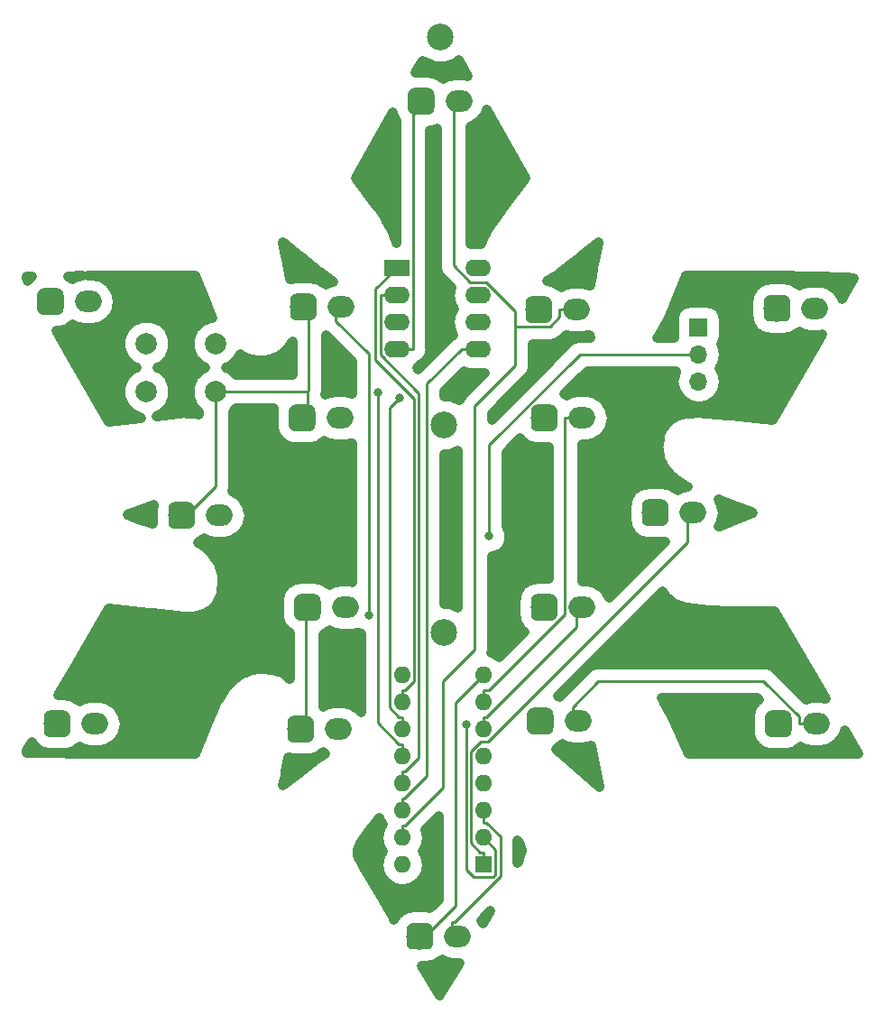
<source format=gbr>
G04 #@! TF.GenerationSoftware,KiCad,Pcbnew,(5.0.0)*
G04 #@! TF.CreationDate,2018-11-01T22:36:59-04:00*
G04 #@! TF.ProjectId,Snowflake,536E6F77666C616B652E6B696361645F,rev?*
G04 #@! TF.SameCoordinates,Original*
G04 #@! TF.FileFunction,Copper,L1,Top,Signal*
G04 #@! TF.FilePolarity,Positive*
%FSLAX46Y46*%
G04 Gerber Fmt 4.6, Leading zero omitted, Abs format (unit mm)*
G04 Created by KiCad (PCBNEW (5.0.0)) date 11/01/18 22:36:59*
%MOMM*%
%LPD*%
G01*
G04 APERTURE LIST*
G04 #@! TA.AperFunction,ComponentPad*
%ADD10C,2.000000*%
G04 #@! TD*
G04 #@! TA.AperFunction,ComponentPad*
%ADD11O,2.500000X2.000000*%
G04 #@! TD*
G04 #@! TA.AperFunction,Conductor*
%ADD12C,0.100000*%
G04 #@! TD*
G04 #@! TA.AperFunction,ComponentPad*
%ADD13C,2.500000*%
G04 #@! TD*
G04 #@! TA.AperFunction,ComponentPad*
%ADD14O,2.400000X1.600000*%
G04 #@! TD*
G04 #@! TA.AperFunction,ComponentPad*
%ADD15R,2.400000X1.600000*%
G04 #@! TD*
G04 #@! TA.AperFunction,ComponentPad*
%ADD16O,1.700000X1.700000*%
G04 #@! TD*
G04 #@! TA.AperFunction,ComponentPad*
%ADD17R,1.700000X1.700000*%
G04 #@! TD*
G04 #@! TA.AperFunction,ComponentPad*
%ADD18R,1.600000X1.600000*%
G04 #@! TD*
G04 #@! TA.AperFunction,ComponentPad*
%ADD19O,1.600000X1.600000*%
G04 #@! TD*
G04 #@! TA.AperFunction,ViaPad*
%ADD20C,0.800000*%
G04 #@! TD*
G04 #@! TA.AperFunction,Conductor*
%ADD21C,0.250000*%
G04 #@! TD*
G04 #@! TA.AperFunction,NonConductor*
%ADD22C,0.900000*%
G04 #@! TD*
G04 APERTURE END LIST*
D10*
G04 #@! TO.P,Button1,1*
G04 #@! TO.N,BTN*
X105814000Y-81915000D03*
G04 #@! TO.P,Button1,2*
G04 #@! TO.N,GND*
X105814000Y-86415000D03*
G04 #@! TO.P,Button1,1*
G04 #@! TO.N,BTN*
X99314000Y-81915000D03*
G04 #@! TO.P,Button1,2*
G04 #@! TO.N,GND*
X99314000Y-86415000D03*
G04 #@! TD*
D11*
G04 #@! TO.P,D1,2*
G04 #@! TO.N,Net-(D1-Pad2)*
X128643000Y-59182000D03*
D12*
G04 #@! TD*
G04 #@! TO.N,GND*
G04 #@! TO.C,D1*
G36*
X125789261Y-57935010D02*
X125849931Y-57944009D01*
X125909428Y-57958912D01*
X125967177Y-57979575D01*
X126022623Y-58005799D01*
X126075231Y-58037331D01*
X126124496Y-58073868D01*
X126169942Y-58115058D01*
X126211132Y-58160504D01*
X126247669Y-58209769D01*
X126279201Y-58262377D01*
X126305425Y-58317823D01*
X126326088Y-58375572D01*
X126340991Y-58435069D01*
X126349990Y-58495739D01*
X126353000Y-58557000D01*
X126353000Y-59807000D01*
X126349990Y-59868261D01*
X126340991Y-59928931D01*
X126326088Y-59988428D01*
X126305425Y-60046177D01*
X126279201Y-60101623D01*
X126247669Y-60154231D01*
X126211132Y-60203496D01*
X126169942Y-60248942D01*
X126124496Y-60290132D01*
X126075231Y-60326669D01*
X126022623Y-60358201D01*
X125967177Y-60384425D01*
X125909428Y-60405088D01*
X125849931Y-60419991D01*
X125789261Y-60428990D01*
X125728000Y-60432000D01*
X124478000Y-60432000D01*
X124416739Y-60428990D01*
X124356069Y-60419991D01*
X124296572Y-60405088D01*
X124238823Y-60384425D01*
X124183377Y-60358201D01*
X124130769Y-60326669D01*
X124081504Y-60290132D01*
X124036058Y-60248942D01*
X123994868Y-60203496D01*
X123958331Y-60154231D01*
X123926799Y-60101623D01*
X123900575Y-60046177D01*
X123879912Y-59988428D01*
X123865009Y-59928931D01*
X123856010Y-59868261D01*
X123853000Y-59807000D01*
X123853000Y-58557000D01*
X123856010Y-58495739D01*
X123865009Y-58435069D01*
X123879912Y-58375572D01*
X123900575Y-58317823D01*
X123926799Y-58262377D01*
X123958331Y-58209769D01*
X123994868Y-58160504D01*
X124036058Y-58115058D01*
X124081504Y-58073868D01*
X124130769Y-58037331D01*
X124183377Y-58005799D01*
X124238823Y-57979575D01*
X124296572Y-57958912D01*
X124356069Y-57944009D01*
X124416739Y-57935010D01*
X124478000Y-57932000D01*
X125728000Y-57932000D01*
X125789261Y-57935010D01*
X125789261Y-57935010D01*
G37*
D13*
G04 #@! TO.P,D1,1*
G04 #@! TO.N,GND*
X125103000Y-59182000D03*
G04 #@! TD*
D12*
G04 #@! TO.N,GND*
G04 #@! TO.C,D2*
G36*
X136838261Y-77493010D02*
X136898931Y-77502009D01*
X136958428Y-77516912D01*
X137016177Y-77537575D01*
X137071623Y-77563799D01*
X137124231Y-77595331D01*
X137173496Y-77631868D01*
X137218942Y-77673058D01*
X137260132Y-77718504D01*
X137296669Y-77767769D01*
X137328201Y-77820377D01*
X137354425Y-77875823D01*
X137375088Y-77933572D01*
X137389991Y-77993069D01*
X137398990Y-78053739D01*
X137402000Y-78115000D01*
X137402000Y-79365000D01*
X137398990Y-79426261D01*
X137389991Y-79486931D01*
X137375088Y-79546428D01*
X137354425Y-79604177D01*
X137328201Y-79659623D01*
X137296669Y-79712231D01*
X137260132Y-79761496D01*
X137218942Y-79806942D01*
X137173496Y-79848132D01*
X137124231Y-79884669D01*
X137071623Y-79916201D01*
X137016177Y-79942425D01*
X136958428Y-79963088D01*
X136898931Y-79977991D01*
X136838261Y-79986990D01*
X136777000Y-79990000D01*
X135527000Y-79990000D01*
X135465739Y-79986990D01*
X135405069Y-79977991D01*
X135345572Y-79963088D01*
X135287823Y-79942425D01*
X135232377Y-79916201D01*
X135179769Y-79884669D01*
X135130504Y-79848132D01*
X135085058Y-79806942D01*
X135043868Y-79761496D01*
X135007331Y-79712231D01*
X134975799Y-79659623D01*
X134949575Y-79604177D01*
X134928912Y-79546428D01*
X134914009Y-79486931D01*
X134905010Y-79426261D01*
X134902000Y-79365000D01*
X134902000Y-78115000D01*
X134905010Y-78053739D01*
X134914009Y-77993069D01*
X134928912Y-77933572D01*
X134949575Y-77875823D01*
X134975799Y-77820377D01*
X135007331Y-77767769D01*
X135043868Y-77718504D01*
X135085058Y-77673058D01*
X135130504Y-77631868D01*
X135179769Y-77595331D01*
X135232377Y-77563799D01*
X135287823Y-77537575D01*
X135345572Y-77516912D01*
X135405069Y-77502009D01*
X135465739Y-77493010D01*
X135527000Y-77490000D01*
X136777000Y-77490000D01*
X136838261Y-77493010D01*
X136838261Y-77493010D01*
G37*
D13*
G04 #@! TD*
G04 #@! TO.P,D2,1*
G04 #@! TO.N,GND*
X136152000Y-78740000D03*
D11*
G04 #@! TO.P,D2,2*
G04 #@! TO.N,Net-(D1-Pad2)*
X139692000Y-78740000D03*
G04 #@! TD*
G04 #@! TO.P,D3,2*
G04 #@! TO.N,Net-(D3-Pad2)*
X162044000Y-78613000D03*
D12*
G04 #@! TD*
G04 #@! TO.N,GND*
G04 #@! TO.C,D3*
G36*
X159190261Y-77366010D02*
X159250931Y-77375009D01*
X159310428Y-77389912D01*
X159368177Y-77410575D01*
X159423623Y-77436799D01*
X159476231Y-77468331D01*
X159525496Y-77504868D01*
X159570942Y-77546058D01*
X159612132Y-77591504D01*
X159648669Y-77640769D01*
X159680201Y-77693377D01*
X159706425Y-77748823D01*
X159727088Y-77806572D01*
X159741991Y-77866069D01*
X159750990Y-77926739D01*
X159754000Y-77988000D01*
X159754000Y-79238000D01*
X159750990Y-79299261D01*
X159741991Y-79359931D01*
X159727088Y-79419428D01*
X159706425Y-79477177D01*
X159680201Y-79532623D01*
X159648669Y-79585231D01*
X159612132Y-79634496D01*
X159570942Y-79679942D01*
X159525496Y-79721132D01*
X159476231Y-79757669D01*
X159423623Y-79789201D01*
X159368177Y-79815425D01*
X159310428Y-79836088D01*
X159250931Y-79850991D01*
X159190261Y-79859990D01*
X159129000Y-79863000D01*
X157879000Y-79863000D01*
X157817739Y-79859990D01*
X157757069Y-79850991D01*
X157697572Y-79836088D01*
X157639823Y-79815425D01*
X157584377Y-79789201D01*
X157531769Y-79757669D01*
X157482504Y-79721132D01*
X157437058Y-79679942D01*
X157395868Y-79634496D01*
X157359331Y-79585231D01*
X157327799Y-79532623D01*
X157301575Y-79477177D01*
X157280912Y-79419428D01*
X157266009Y-79359931D01*
X157257010Y-79299261D01*
X157254000Y-79238000D01*
X157254000Y-77988000D01*
X157257010Y-77926739D01*
X157266009Y-77866069D01*
X157280912Y-77806572D01*
X157301575Y-77748823D01*
X157327799Y-77693377D01*
X157359331Y-77640769D01*
X157395868Y-77591504D01*
X157437058Y-77546058D01*
X157482504Y-77504868D01*
X157531769Y-77468331D01*
X157584377Y-77436799D01*
X157639823Y-77410575D01*
X157697572Y-77389912D01*
X157757069Y-77375009D01*
X157817739Y-77366010D01*
X157879000Y-77363000D01*
X159129000Y-77363000D01*
X159190261Y-77366010D01*
X159190261Y-77366010D01*
G37*
D13*
G04 #@! TO.P,D3,1*
G04 #@! TO.N,GND*
X158504000Y-78613000D03*
G04 #@! TD*
D12*
G04 #@! TO.N,GND*
G04 #@! TO.C,D4*
G36*
X147760261Y-96543010D02*
X147820931Y-96552009D01*
X147880428Y-96566912D01*
X147938177Y-96587575D01*
X147993623Y-96613799D01*
X148046231Y-96645331D01*
X148095496Y-96681868D01*
X148140942Y-96723058D01*
X148182132Y-96768504D01*
X148218669Y-96817769D01*
X148250201Y-96870377D01*
X148276425Y-96925823D01*
X148297088Y-96983572D01*
X148311991Y-97043069D01*
X148320990Y-97103739D01*
X148324000Y-97165000D01*
X148324000Y-98415000D01*
X148320990Y-98476261D01*
X148311991Y-98536931D01*
X148297088Y-98596428D01*
X148276425Y-98654177D01*
X148250201Y-98709623D01*
X148218669Y-98762231D01*
X148182132Y-98811496D01*
X148140942Y-98856942D01*
X148095496Y-98898132D01*
X148046231Y-98934669D01*
X147993623Y-98966201D01*
X147938177Y-98992425D01*
X147880428Y-99013088D01*
X147820931Y-99027991D01*
X147760261Y-99036990D01*
X147699000Y-99040000D01*
X146449000Y-99040000D01*
X146387739Y-99036990D01*
X146327069Y-99027991D01*
X146267572Y-99013088D01*
X146209823Y-98992425D01*
X146154377Y-98966201D01*
X146101769Y-98934669D01*
X146052504Y-98898132D01*
X146007058Y-98856942D01*
X145965868Y-98811496D01*
X145929331Y-98762231D01*
X145897799Y-98709623D01*
X145871575Y-98654177D01*
X145850912Y-98596428D01*
X145836009Y-98536931D01*
X145827010Y-98476261D01*
X145824000Y-98415000D01*
X145824000Y-97165000D01*
X145827010Y-97103739D01*
X145836009Y-97043069D01*
X145850912Y-96983572D01*
X145871575Y-96925823D01*
X145897799Y-96870377D01*
X145929331Y-96817769D01*
X145965868Y-96768504D01*
X146007058Y-96723058D01*
X146052504Y-96681868D01*
X146101769Y-96645331D01*
X146154377Y-96613799D01*
X146209823Y-96587575D01*
X146267572Y-96566912D01*
X146327069Y-96552009D01*
X146387739Y-96543010D01*
X146449000Y-96540000D01*
X147699000Y-96540000D01*
X147760261Y-96543010D01*
X147760261Y-96543010D01*
G37*
D13*
G04 #@! TD*
G04 #@! TO.P,D4,1*
G04 #@! TO.N,GND*
X147074000Y-97790000D03*
D11*
G04 #@! TO.P,D4,2*
G04 #@! TO.N,Net-(D3-Pad2)*
X150614000Y-97790000D03*
G04 #@! TD*
G04 #@! TO.P,D5,2*
G04 #@! TO.N,Net-(D5-Pad2)*
X162171000Y-117602000D03*
D12*
G04 #@! TD*
G04 #@! TO.N,GND*
G04 #@! TO.C,D5*
G36*
X159317261Y-116355010D02*
X159377931Y-116364009D01*
X159437428Y-116378912D01*
X159495177Y-116399575D01*
X159550623Y-116425799D01*
X159603231Y-116457331D01*
X159652496Y-116493868D01*
X159697942Y-116535058D01*
X159739132Y-116580504D01*
X159775669Y-116629769D01*
X159807201Y-116682377D01*
X159833425Y-116737823D01*
X159854088Y-116795572D01*
X159868991Y-116855069D01*
X159877990Y-116915739D01*
X159881000Y-116977000D01*
X159881000Y-118227000D01*
X159877990Y-118288261D01*
X159868991Y-118348931D01*
X159854088Y-118408428D01*
X159833425Y-118466177D01*
X159807201Y-118521623D01*
X159775669Y-118574231D01*
X159739132Y-118623496D01*
X159697942Y-118668942D01*
X159652496Y-118710132D01*
X159603231Y-118746669D01*
X159550623Y-118778201D01*
X159495177Y-118804425D01*
X159437428Y-118825088D01*
X159377931Y-118839991D01*
X159317261Y-118848990D01*
X159256000Y-118852000D01*
X158006000Y-118852000D01*
X157944739Y-118848990D01*
X157884069Y-118839991D01*
X157824572Y-118825088D01*
X157766823Y-118804425D01*
X157711377Y-118778201D01*
X157658769Y-118746669D01*
X157609504Y-118710132D01*
X157564058Y-118668942D01*
X157522868Y-118623496D01*
X157486331Y-118574231D01*
X157454799Y-118521623D01*
X157428575Y-118466177D01*
X157407912Y-118408428D01*
X157393009Y-118348931D01*
X157384010Y-118288261D01*
X157381000Y-118227000D01*
X157381000Y-116977000D01*
X157384010Y-116915739D01*
X157393009Y-116855069D01*
X157407912Y-116795572D01*
X157428575Y-116737823D01*
X157454799Y-116682377D01*
X157486331Y-116629769D01*
X157522868Y-116580504D01*
X157564058Y-116535058D01*
X157609504Y-116493868D01*
X157658769Y-116457331D01*
X157711377Y-116425799D01*
X157766823Y-116399575D01*
X157824572Y-116378912D01*
X157884069Y-116364009D01*
X157944739Y-116355010D01*
X158006000Y-116352000D01*
X159256000Y-116352000D01*
X159317261Y-116355010D01*
X159317261Y-116355010D01*
G37*
D13*
G04 #@! TO.P,D5,1*
G04 #@! TO.N,GND*
X158631000Y-117602000D03*
G04 #@! TD*
D12*
G04 #@! TO.N,GND*
G04 #@! TO.C,D6*
G36*
X136965261Y-116101010D02*
X137025931Y-116110009D01*
X137085428Y-116124912D01*
X137143177Y-116145575D01*
X137198623Y-116171799D01*
X137251231Y-116203331D01*
X137300496Y-116239868D01*
X137345942Y-116281058D01*
X137387132Y-116326504D01*
X137423669Y-116375769D01*
X137455201Y-116428377D01*
X137481425Y-116483823D01*
X137502088Y-116541572D01*
X137516991Y-116601069D01*
X137525990Y-116661739D01*
X137529000Y-116723000D01*
X137529000Y-117973000D01*
X137525990Y-118034261D01*
X137516991Y-118094931D01*
X137502088Y-118154428D01*
X137481425Y-118212177D01*
X137455201Y-118267623D01*
X137423669Y-118320231D01*
X137387132Y-118369496D01*
X137345942Y-118414942D01*
X137300496Y-118456132D01*
X137251231Y-118492669D01*
X137198623Y-118524201D01*
X137143177Y-118550425D01*
X137085428Y-118571088D01*
X137025931Y-118585991D01*
X136965261Y-118594990D01*
X136904000Y-118598000D01*
X135654000Y-118598000D01*
X135592739Y-118594990D01*
X135532069Y-118585991D01*
X135472572Y-118571088D01*
X135414823Y-118550425D01*
X135359377Y-118524201D01*
X135306769Y-118492669D01*
X135257504Y-118456132D01*
X135212058Y-118414942D01*
X135170868Y-118369496D01*
X135134331Y-118320231D01*
X135102799Y-118267623D01*
X135076575Y-118212177D01*
X135055912Y-118154428D01*
X135041009Y-118094931D01*
X135032010Y-118034261D01*
X135029000Y-117973000D01*
X135029000Y-116723000D01*
X135032010Y-116661739D01*
X135041009Y-116601069D01*
X135055912Y-116541572D01*
X135076575Y-116483823D01*
X135102799Y-116428377D01*
X135134331Y-116375769D01*
X135170868Y-116326504D01*
X135212058Y-116281058D01*
X135257504Y-116239868D01*
X135306769Y-116203331D01*
X135359377Y-116171799D01*
X135414823Y-116145575D01*
X135472572Y-116124912D01*
X135532069Y-116110009D01*
X135592739Y-116101010D01*
X135654000Y-116098000D01*
X136904000Y-116098000D01*
X136965261Y-116101010D01*
X136965261Y-116101010D01*
G37*
D13*
G04 #@! TD*
G04 #@! TO.P,D6,1*
G04 #@! TO.N,GND*
X136279000Y-117348000D03*
D11*
G04 #@! TO.P,D6,2*
G04 #@! TO.N,Net-(D5-Pad2)*
X139819000Y-117348000D03*
G04 #@! TD*
D12*
G04 #@! TO.N,GND*
G04 #@! TO.C,D7*
G36*
X125662261Y-136294010D02*
X125722931Y-136303009D01*
X125782428Y-136317912D01*
X125840177Y-136338575D01*
X125895623Y-136364799D01*
X125948231Y-136396331D01*
X125997496Y-136432868D01*
X126042942Y-136474058D01*
X126084132Y-136519504D01*
X126120669Y-136568769D01*
X126152201Y-136621377D01*
X126178425Y-136676823D01*
X126199088Y-136734572D01*
X126213991Y-136794069D01*
X126222990Y-136854739D01*
X126226000Y-136916000D01*
X126226000Y-138166000D01*
X126222990Y-138227261D01*
X126213991Y-138287931D01*
X126199088Y-138347428D01*
X126178425Y-138405177D01*
X126152201Y-138460623D01*
X126120669Y-138513231D01*
X126084132Y-138562496D01*
X126042942Y-138607942D01*
X125997496Y-138649132D01*
X125948231Y-138685669D01*
X125895623Y-138717201D01*
X125840177Y-138743425D01*
X125782428Y-138764088D01*
X125722931Y-138778991D01*
X125662261Y-138787990D01*
X125601000Y-138791000D01*
X124351000Y-138791000D01*
X124289739Y-138787990D01*
X124229069Y-138778991D01*
X124169572Y-138764088D01*
X124111823Y-138743425D01*
X124056377Y-138717201D01*
X124003769Y-138685669D01*
X123954504Y-138649132D01*
X123909058Y-138607942D01*
X123867868Y-138562496D01*
X123831331Y-138513231D01*
X123799799Y-138460623D01*
X123773575Y-138405177D01*
X123752912Y-138347428D01*
X123738009Y-138287931D01*
X123729010Y-138227261D01*
X123726000Y-138166000D01*
X123726000Y-136916000D01*
X123729010Y-136854739D01*
X123738009Y-136794069D01*
X123752912Y-136734572D01*
X123773575Y-136676823D01*
X123799799Y-136621377D01*
X123831331Y-136568769D01*
X123867868Y-136519504D01*
X123909058Y-136474058D01*
X123954504Y-136432868D01*
X124003769Y-136396331D01*
X124056377Y-136364799D01*
X124111823Y-136338575D01*
X124169572Y-136317912D01*
X124229069Y-136303009D01*
X124289739Y-136294010D01*
X124351000Y-136291000D01*
X125601000Y-136291000D01*
X125662261Y-136294010D01*
X125662261Y-136294010D01*
G37*
D13*
G04 #@! TD*
G04 #@! TO.P,D7,1*
G04 #@! TO.N,GND*
X124976000Y-137541000D03*
D11*
G04 #@! TO.P,D7,2*
G04 #@! TO.N,Net-(D7-Pad2)*
X128516000Y-137541000D03*
G04 #@! TD*
G04 #@! TO.P,D8,2*
G04 #@! TO.N,Net-(D7-Pad2)*
X117340000Y-118110000D03*
D12*
G04 #@! TD*
G04 #@! TO.N,GND*
G04 #@! TO.C,D8*
G36*
X114486261Y-116863010D02*
X114546931Y-116872009D01*
X114606428Y-116886912D01*
X114664177Y-116907575D01*
X114719623Y-116933799D01*
X114772231Y-116965331D01*
X114821496Y-117001868D01*
X114866942Y-117043058D01*
X114908132Y-117088504D01*
X114944669Y-117137769D01*
X114976201Y-117190377D01*
X115002425Y-117245823D01*
X115023088Y-117303572D01*
X115037991Y-117363069D01*
X115046990Y-117423739D01*
X115050000Y-117485000D01*
X115050000Y-118735000D01*
X115046990Y-118796261D01*
X115037991Y-118856931D01*
X115023088Y-118916428D01*
X115002425Y-118974177D01*
X114976201Y-119029623D01*
X114944669Y-119082231D01*
X114908132Y-119131496D01*
X114866942Y-119176942D01*
X114821496Y-119218132D01*
X114772231Y-119254669D01*
X114719623Y-119286201D01*
X114664177Y-119312425D01*
X114606428Y-119333088D01*
X114546931Y-119347991D01*
X114486261Y-119356990D01*
X114425000Y-119360000D01*
X113175000Y-119360000D01*
X113113739Y-119356990D01*
X113053069Y-119347991D01*
X112993572Y-119333088D01*
X112935823Y-119312425D01*
X112880377Y-119286201D01*
X112827769Y-119254669D01*
X112778504Y-119218132D01*
X112733058Y-119176942D01*
X112691868Y-119131496D01*
X112655331Y-119082231D01*
X112623799Y-119029623D01*
X112597575Y-118974177D01*
X112576912Y-118916428D01*
X112562009Y-118856931D01*
X112553010Y-118796261D01*
X112550000Y-118735000D01*
X112550000Y-117485000D01*
X112553010Y-117423739D01*
X112562009Y-117363069D01*
X112576912Y-117303572D01*
X112597575Y-117245823D01*
X112623799Y-117190377D01*
X112655331Y-117137769D01*
X112691868Y-117088504D01*
X112733058Y-117043058D01*
X112778504Y-117001868D01*
X112827769Y-116965331D01*
X112880377Y-116933799D01*
X112935823Y-116907575D01*
X112993572Y-116886912D01*
X113053069Y-116872009D01*
X113113739Y-116863010D01*
X113175000Y-116860000D01*
X114425000Y-116860000D01*
X114486261Y-116863010D01*
X114486261Y-116863010D01*
G37*
D13*
G04 #@! TO.P,D8,1*
G04 #@! TO.N,GND*
X113800000Y-118110000D03*
G04 #@! TD*
D12*
G04 #@! TO.N,GND*
G04 #@! TO.C,D9*
G36*
X91626261Y-116355010D02*
X91686931Y-116364009D01*
X91746428Y-116378912D01*
X91804177Y-116399575D01*
X91859623Y-116425799D01*
X91912231Y-116457331D01*
X91961496Y-116493868D01*
X92006942Y-116535058D01*
X92048132Y-116580504D01*
X92084669Y-116629769D01*
X92116201Y-116682377D01*
X92142425Y-116737823D01*
X92163088Y-116795572D01*
X92177991Y-116855069D01*
X92186990Y-116915739D01*
X92190000Y-116977000D01*
X92190000Y-118227000D01*
X92186990Y-118288261D01*
X92177991Y-118348931D01*
X92163088Y-118408428D01*
X92142425Y-118466177D01*
X92116201Y-118521623D01*
X92084669Y-118574231D01*
X92048132Y-118623496D01*
X92006942Y-118668942D01*
X91961496Y-118710132D01*
X91912231Y-118746669D01*
X91859623Y-118778201D01*
X91804177Y-118804425D01*
X91746428Y-118825088D01*
X91686931Y-118839991D01*
X91626261Y-118848990D01*
X91565000Y-118852000D01*
X90315000Y-118852000D01*
X90253739Y-118848990D01*
X90193069Y-118839991D01*
X90133572Y-118825088D01*
X90075823Y-118804425D01*
X90020377Y-118778201D01*
X89967769Y-118746669D01*
X89918504Y-118710132D01*
X89873058Y-118668942D01*
X89831868Y-118623496D01*
X89795331Y-118574231D01*
X89763799Y-118521623D01*
X89737575Y-118466177D01*
X89716912Y-118408428D01*
X89702009Y-118348931D01*
X89693010Y-118288261D01*
X89690000Y-118227000D01*
X89690000Y-116977000D01*
X89693010Y-116915739D01*
X89702009Y-116855069D01*
X89716912Y-116795572D01*
X89737575Y-116737823D01*
X89763799Y-116682377D01*
X89795331Y-116629769D01*
X89831868Y-116580504D01*
X89873058Y-116535058D01*
X89918504Y-116493868D01*
X89967769Y-116457331D01*
X90020377Y-116425799D01*
X90075823Y-116399575D01*
X90133572Y-116378912D01*
X90193069Y-116364009D01*
X90253739Y-116355010D01*
X90315000Y-116352000D01*
X91565000Y-116352000D01*
X91626261Y-116355010D01*
X91626261Y-116355010D01*
G37*
D13*
G04 #@! TD*
G04 #@! TO.P,D9,1*
G04 #@! TO.N,GND*
X90940000Y-117602000D03*
D11*
G04 #@! TO.P,D9,2*
G04 #@! TO.N,Net-(D10-Pad2)*
X94480000Y-117602000D03*
G04 #@! TD*
G04 #@! TO.P,D10,2*
G04 #@! TO.N,Net-(D10-Pad2)*
X106164000Y-98044000D03*
D12*
G04 #@! TD*
G04 #@! TO.N,GND*
G04 #@! TO.C,D10*
G36*
X103310261Y-96797010D02*
X103370931Y-96806009D01*
X103430428Y-96820912D01*
X103488177Y-96841575D01*
X103543623Y-96867799D01*
X103596231Y-96899331D01*
X103645496Y-96935868D01*
X103690942Y-96977058D01*
X103732132Y-97022504D01*
X103768669Y-97071769D01*
X103800201Y-97124377D01*
X103826425Y-97179823D01*
X103847088Y-97237572D01*
X103861991Y-97297069D01*
X103870990Y-97357739D01*
X103874000Y-97419000D01*
X103874000Y-98669000D01*
X103870990Y-98730261D01*
X103861991Y-98790931D01*
X103847088Y-98850428D01*
X103826425Y-98908177D01*
X103800201Y-98963623D01*
X103768669Y-99016231D01*
X103732132Y-99065496D01*
X103690942Y-99110942D01*
X103645496Y-99152132D01*
X103596231Y-99188669D01*
X103543623Y-99220201D01*
X103488177Y-99246425D01*
X103430428Y-99267088D01*
X103370931Y-99281991D01*
X103310261Y-99290990D01*
X103249000Y-99294000D01*
X101999000Y-99294000D01*
X101937739Y-99290990D01*
X101877069Y-99281991D01*
X101817572Y-99267088D01*
X101759823Y-99246425D01*
X101704377Y-99220201D01*
X101651769Y-99188669D01*
X101602504Y-99152132D01*
X101557058Y-99110942D01*
X101515868Y-99065496D01*
X101479331Y-99016231D01*
X101447799Y-98963623D01*
X101421575Y-98908177D01*
X101400912Y-98850428D01*
X101386009Y-98790931D01*
X101377010Y-98730261D01*
X101374000Y-98669000D01*
X101374000Y-97419000D01*
X101377010Y-97357739D01*
X101386009Y-97297069D01*
X101400912Y-97237572D01*
X101421575Y-97179823D01*
X101447799Y-97124377D01*
X101479331Y-97071769D01*
X101515868Y-97022504D01*
X101557058Y-96977058D01*
X101602504Y-96935868D01*
X101651769Y-96899331D01*
X101704377Y-96867799D01*
X101759823Y-96841575D01*
X101817572Y-96820912D01*
X101877069Y-96806009D01*
X101937739Y-96797010D01*
X101999000Y-96794000D01*
X103249000Y-96794000D01*
X103310261Y-96797010D01*
X103310261Y-96797010D01*
G37*
D13*
G04 #@! TO.P,D10,1*
G04 #@! TO.N,GND*
X102624000Y-98044000D03*
G04 #@! TD*
D12*
G04 #@! TO.N,GND*
G04 #@! TO.C,D11*
G36*
X90991261Y-76731010D02*
X91051931Y-76740009D01*
X91111428Y-76754912D01*
X91169177Y-76775575D01*
X91224623Y-76801799D01*
X91277231Y-76833331D01*
X91326496Y-76869868D01*
X91371942Y-76911058D01*
X91413132Y-76956504D01*
X91449669Y-77005769D01*
X91481201Y-77058377D01*
X91507425Y-77113823D01*
X91528088Y-77171572D01*
X91542991Y-77231069D01*
X91551990Y-77291739D01*
X91555000Y-77353000D01*
X91555000Y-78603000D01*
X91551990Y-78664261D01*
X91542991Y-78724931D01*
X91528088Y-78784428D01*
X91507425Y-78842177D01*
X91481201Y-78897623D01*
X91449669Y-78950231D01*
X91413132Y-78999496D01*
X91371942Y-79044942D01*
X91326496Y-79086132D01*
X91277231Y-79122669D01*
X91224623Y-79154201D01*
X91169177Y-79180425D01*
X91111428Y-79201088D01*
X91051931Y-79215991D01*
X90991261Y-79224990D01*
X90930000Y-79228000D01*
X89680000Y-79228000D01*
X89618739Y-79224990D01*
X89558069Y-79215991D01*
X89498572Y-79201088D01*
X89440823Y-79180425D01*
X89385377Y-79154201D01*
X89332769Y-79122669D01*
X89283504Y-79086132D01*
X89238058Y-79044942D01*
X89196868Y-78999496D01*
X89160331Y-78950231D01*
X89128799Y-78897623D01*
X89102575Y-78842177D01*
X89081912Y-78784428D01*
X89067009Y-78724931D01*
X89058010Y-78664261D01*
X89055000Y-78603000D01*
X89055000Y-77353000D01*
X89058010Y-77291739D01*
X89067009Y-77231069D01*
X89081912Y-77171572D01*
X89102575Y-77113823D01*
X89128799Y-77058377D01*
X89160331Y-77005769D01*
X89196868Y-76956504D01*
X89238058Y-76911058D01*
X89283504Y-76869868D01*
X89332769Y-76833331D01*
X89385377Y-76801799D01*
X89440823Y-76775575D01*
X89498572Y-76754912D01*
X89558069Y-76740009D01*
X89618739Y-76731010D01*
X89680000Y-76728000D01*
X90930000Y-76728000D01*
X90991261Y-76731010D01*
X90991261Y-76731010D01*
G37*
D13*
G04 #@! TD*
G04 #@! TO.P,D11,1*
G04 #@! TO.N,GND*
X90305000Y-77978000D03*
D11*
G04 #@! TO.P,D11,2*
G04 #@! TO.N,Net-(D11-Pad2)*
X93845000Y-77978000D03*
G04 #@! TD*
G04 #@! TO.P,D12,2*
G04 #@! TO.N,Net-(D11-Pad2)*
X117594000Y-78486000D03*
D12*
G04 #@! TD*
G04 #@! TO.N,GND*
G04 #@! TO.C,D12*
G36*
X114740261Y-77239010D02*
X114800931Y-77248009D01*
X114860428Y-77262912D01*
X114918177Y-77283575D01*
X114973623Y-77309799D01*
X115026231Y-77341331D01*
X115075496Y-77377868D01*
X115120942Y-77419058D01*
X115162132Y-77464504D01*
X115198669Y-77513769D01*
X115230201Y-77566377D01*
X115256425Y-77621823D01*
X115277088Y-77679572D01*
X115291991Y-77739069D01*
X115300990Y-77799739D01*
X115304000Y-77861000D01*
X115304000Y-79111000D01*
X115300990Y-79172261D01*
X115291991Y-79232931D01*
X115277088Y-79292428D01*
X115256425Y-79350177D01*
X115230201Y-79405623D01*
X115198669Y-79458231D01*
X115162132Y-79507496D01*
X115120942Y-79552942D01*
X115075496Y-79594132D01*
X115026231Y-79630669D01*
X114973623Y-79662201D01*
X114918177Y-79688425D01*
X114860428Y-79709088D01*
X114800931Y-79723991D01*
X114740261Y-79732990D01*
X114679000Y-79736000D01*
X113429000Y-79736000D01*
X113367739Y-79732990D01*
X113307069Y-79723991D01*
X113247572Y-79709088D01*
X113189823Y-79688425D01*
X113134377Y-79662201D01*
X113081769Y-79630669D01*
X113032504Y-79594132D01*
X112987058Y-79552942D01*
X112945868Y-79507496D01*
X112909331Y-79458231D01*
X112877799Y-79405623D01*
X112851575Y-79350177D01*
X112830912Y-79292428D01*
X112816009Y-79232931D01*
X112807010Y-79172261D01*
X112804000Y-79111000D01*
X112804000Y-77861000D01*
X112807010Y-77799739D01*
X112816009Y-77739069D01*
X112830912Y-77679572D01*
X112851575Y-77621823D01*
X112877799Y-77566377D01*
X112909331Y-77513769D01*
X112945868Y-77464504D01*
X112987058Y-77419058D01*
X113032504Y-77377868D01*
X113081769Y-77341331D01*
X113134377Y-77309799D01*
X113189823Y-77283575D01*
X113247572Y-77262912D01*
X113307069Y-77248009D01*
X113367739Y-77239010D01*
X113429000Y-77236000D01*
X114679000Y-77236000D01*
X114740261Y-77239010D01*
X114740261Y-77239010D01*
G37*
D13*
G04 #@! TO.P,D12,1*
G04 #@! TO.N,GND*
X114054000Y-78486000D03*
G04 #@! TD*
D12*
G04 #@! TO.N,GND*
G04 #@! TO.C,D13*
G36*
X114613261Y-87653010D02*
X114673931Y-87662009D01*
X114733428Y-87676912D01*
X114791177Y-87697575D01*
X114846623Y-87723799D01*
X114899231Y-87755331D01*
X114948496Y-87791868D01*
X114993942Y-87833058D01*
X115035132Y-87878504D01*
X115071669Y-87927769D01*
X115103201Y-87980377D01*
X115129425Y-88035823D01*
X115150088Y-88093572D01*
X115164991Y-88153069D01*
X115173990Y-88213739D01*
X115177000Y-88275000D01*
X115177000Y-89525000D01*
X115173990Y-89586261D01*
X115164991Y-89646931D01*
X115150088Y-89706428D01*
X115129425Y-89764177D01*
X115103201Y-89819623D01*
X115071669Y-89872231D01*
X115035132Y-89921496D01*
X114993942Y-89966942D01*
X114948496Y-90008132D01*
X114899231Y-90044669D01*
X114846623Y-90076201D01*
X114791177Y-90102425D01*
X114733428Y-90123088D01*
X114673931Y-90137991D01*
X114613261Y-90146990D01*
X114552000Y-90150000D01*
X113302000Y-90150000D01*
X113240739Y-90146990D01*
X113180069Y-90137991D01*
X113120572Y-90123088D01*
X113062823Y-90102425D01*
X113007377Y-90076201D01*
X112954769Y-90044669D01*
X112905504Y-90008132D01*
X112860058Y-89966942D01*
X112818868Y-89921496D01*
X112782331Y-89872231D01*
X112750799Y-89819623D01*
X112724575Y-89764177D01*
X112703912Y-89706428D01*
X112689009Y-89646931D01*
X112680010Y-89586261D01*
X112677000Y-89525000D01*
X112677000Y-88275000D01*
X112680010Y-88213739D01*
X112689009Y-88153069D01*
X112703912Y-88093572D01*
X112724575Y-88035823D01*
X112750799Y-87980377D01*
X112782331Y-87927769D01*
X112818868Y-87878504D01*
X112860058Y-87833058D01*
X112905504Y-87791868D01*
X112954769Y-87755331D01*
X113007377Y-87723799D01*
X113062823Y-87697575D01*
X113120572Y-87676912D01*
X113180069Y-87662009D01*
X113240739Y-87653010D01*
X113302000Y-87650000D01*
X114552000Y-87650000D01*
X114613261Y-87653010D01*
X114613261Y-87653010D01*
G37*
D13*
G04 #@! TD*
G04 #@! TO.P,D13,1*
G04 #@! TO.N,GND*
X113927000Y-88900000D03*
D11*
G04 #@! TO.P,D13,2*
G04 #@! TO.N,Net-(D13-Pad2)*
X117467000Y-88900000D03*
G04 #@! TD*
G04 #@! TO.P,D14,2*
G04 #@! TO.N,Net-(D13-Pad2)*
X140200000Y-106680000D03*
D12*
G04 #@! TD*
G04 #@! TO.N,GND*
G04 #@! TO.C,D14*
G36*
X137346261Y-105433010D02*
X137406931Y-105442009D01*
X137466428Y-105456912D01*
X137524177Y-105477575D01*
X137579623Y-105503799D01*
X137632231Y-105535331D01*
X137681496Y-105571868D01*
X137726942Y-105613058D01*
X137768132Y-105658504D01*
X137804669Y-105707769D01*
X137836201Y-105760377D01*
X137862425Y-105815823D01*
X137883088Y-105873572D01*
X137897991Y-105933069D01*
X137906990Y-105993739D01*
X137910000Y-106055000D01*
X137910000Y-107305000D01*
X137906990Y-107366261D01*
X137897991Y-107426931D01*
X137883088Y-107486428D01*
X137862425Y-107544177D01*
X137836201Y-107599623D01*
X137804669Y-107652231D01*
X137768132Y-107701496D01*
X137726942Y-107746942D01*
X137681496Y-107788132D01*
X137632231Y-107824669D01*
X137579623Y-107856201D01*
X137524177Y-107882425D01*
X137466428Y-107903088D01*
X137406931Y-107917991D01*
X137346261Y-107926990D01*
X137285000Y-107930000D01*
X136035000Y-107930000D01*
X135973739Y-107926990D01*
X135913069Y-107917991D01*
X135853572Y-107903088D01*
X135795823Y-107882425D01*
X135740377Y-107856201D01*
X135687769Y-107824669D01*
X135638504Y-107788132D01*
X135593058Y-107746942D01*
X135551868Y-107701496D01*
X135515331Y-107652231D01*
X135483799Y-107599623D01*
X135457575Y-107544177D01*
X135436912Y-107486428D01*
X135422009Y-107426931D01*
X135413010Y-107366261D01*
X135410000Y-107305000D01*
X135410000Y-106055000D01*
X135413010Y-105993739D01*
X135422009Y-105933069D01*
X135436912Y-105873572D01*
X135457575Y-105815823D01*
X135483799Y-105760377D01*
X135515331Y-105707769D01*
X135551868Y-105658504D01*
X135593058Y-105613058D01*
X135638504Y-105571868D01*
X135687769Y-105535331D01*
X135740377Y-105503799D01*
X135795823Y-105477575D01*
X135853572Y-105456912D01*
X135913069Y-105442009D01*
X135973739Y-105433010D01*
X136035000Y-105430000D01*
X137285000Y-105430000D01*
X137346261Y-105433010D01*
X137346261Y-105433010D01*
G37*
D13*
G04 #@! TO.P,D14,1*
G04 #@! TO.N,GND*
X136660000Y-106680000D03*
G04 #@! TD*
D12*
G04 #@! TO.N,GND*
G04 #@! TO.C,D15*
G36*
X137346261Y-87653010D02*
X137406931Y-87662009D01*
X137466428Y-87676912D01*
X137524177Y-87697575D01*
X137579623Y-87723799D01*
X137632231Y-87755331D01*
X137681496Y-87791868D01*
X137726942Y-87833058D01*
X137768132Y-87878504D01*
X137804669Y-87927769D01*
X137836201Y-87980377D01*
X137862425Y-88035823D01*
X137883088Y-88093572D01*
X137897991Y-88153069D01*
X137906990Y-88213739D01*
X137910000Y-88275000D01*
X137910000Y-89525000D01*
X137906990Y-89586261D01*
X137897991Y-89646931D01*
X137883088Y-89706428D01*
X137862425Y-89764177D01*
X137836201Y-89819623D01*
X137804669Y-89872231D01*
X137768132Y-89921496D01*
X137726942Y-89966942D01*
X137681496Y-90008132D01*
X137632231Y-90044669D01*
X137579623Y-90076201D01*
X137524177Y-90102425D01*
X137466428Y-90123088D01*
X137406931Y-90137991D01*
X137346261Y-90146990D01*
X137285000Y-90150000D01*
X136035000Y-90150000D01*
X135973739Y-90146990D01*
X135913069Y-90137991D01*
X135853572Y-90123088D01*
X135795823Y-90102425D01*
X135740377Y-90076201D01*
X135687769Y-90044669D01*
X135638504Y-90008132D01*
X135593058Y-89966942D01*
X135551868Y-89921496D01*
X135515331Y-89872231D01*
X135483799Y-89819623D01*
X135457575Y-89764177D01*
X135436912Y-89706428D01*
X135422009Y-89646931D01*
X135413010Y-89586261D01*
X135410000Y-89525000D01*
X135410000Y-88275000D01*
X135413010Y-88213739D01*
X135422009Y-88153069D01*
X135436912Y-88093572D01*
X135457575Y-88035823D01*
X135483799Y-87980377D01*
X135515331Y-87927769D01*
X135551868Y-87878504D01*
X135593058Y-87833058D01*
X135638504Y-87791868D01*
X135687769Y-87755331D01*
X135740377Y-87723799D01*
X135795823Y-87697575D01*
X135853572Y-87676912D01*
X135913069Y-87662009D01*
X135973739Y-87653010D01*
X136035000Y-87650000D01*
X137285000Y-87650000D01*
X137346261Y-87653010D01*
X137346261Y-87653010D01*
G37*
D13*
G04 #@! TD*
G04 #@! TO.P,D15,1*
G04 #@! TO.N,GND*
X136660000Y-88900000D03*
D11*
G04 #@! TO.P,D15,2*
G04 #@! TO.N,Net-(D15-Pad2)*
X140200000Y-88900000D03*
G04 #@! TD*
G04 #@! TO.P,D16,2*
G04 #@! TO.N,Net-(D15-Pad2)*
X117975000Y-106680000D03*
D12*
G04 #@! TD*
G04 #@! TO.N,GND*
G04 #@! TO.C,D16*
G36*
X115121261Y-105433010D02*
X115181931Y-105442009D01*
X115241428Y-105456912D01*
X115299177Y-105477575D01*
X115354623Y-105503799D01*
X115407231Y-105535331D01*
X115456496Y-105571868D01*
X115501942Y-105613058D01*
X115543132Y-105658504D01*
X115579669Y-105707769D01*
X115611201Y-105760377D01*
X115637425Y-105815823D01*
X115658088Y-105873572D01*
X115672991Y-105933069D01*
X115681990Y-105993739D01*
X115685000Y-106055000D01*
X115685000Y-107305000D01*
X115681990Y-107366261D01*
X115672991Y-107426931D01*
X115658088Y-107486428D01*
X115637425Y-107544177D01*
X115611201Y-107599623D01*
X115579669Y-107652231D01*
X115543132Y-107701496D01*
X115501942Y-107746942D01*
X115456496Y-107788132D01*
X115407231Y-107824669D01*
X115354623Y-107856201D01*
X115299177Y-107882425D01*
X115241428Y-107903088D01*
X115181931Y-107917991D01*
X115121261Y-107926990D01*
X115060000Y-107930000D01*
X113810000Y-107930000D01*
X113748739Y-107926990D01*
X113688069Y-107917991D01*
X113628572Y-107903088D01*
X113570823Y-107882425D01*
X113515377Y-107856201D01*
X113462769Y-107824669D01*
X113413504Y-107788132D01*
X113368058Y-107746942D01*
X113326868Y-107701496D01*
X113290331Y-107652231D01*
X113258799Y-107599623D01*
X113232575Y-107544177D01*
X113211912Y-107486428D01*
X113197009Y-107426931D01*
X113188010Y-107366261D01*
X113185000Y-107305000D01*
X113185000Y-106055000D01*
X113188010Y-105993739D01*
X113197009Y-105933069D01*
X113211912Y-105873572D01*
X113232575Y-105815823D01*
X113258799Y-105760377D01*
X113290331Y-105707769D01*
X113326868Y-105658504D01*
X113368058Y-105613058D01*
X113413504Y-105571868D01*
X113462769Y-105535331D01*
X113515377Y-105503799D01*
X113570823Y-105477575D01*
X113628572Y-105456912D01*
X113688069Y-105442009D01*
X113748739Y-105433010D01*
X113810000Y-105430000D01*
X115060000Y-105430000D01*
X115121261Y-105433010D01*
X115121261Y-105433010D01*
G37*
D13*
G04 #@! TO.P,D16,1*
G04 #@! TO.N,GND*
X114435000Y-106680000D03*
G04 #@! TD*
D14*
G04 #@! TO.P,Tiny85,8*
G04 #@! TO.N,VCC*
X130429000Y-74803000D03*
G04 #@! TO.P,Tiny85,4*
G04 #@! TO.N,GND*
X122809000Y-82423000D03*
G04 #@! TO.P,Tiny85,7*
G04 #@! TO.N,Net-(Shift1-Pad12)*
X130429000Y-77343000D03*
G04 #@! TO.P,Tiny85,3*
G04 #@! TO.N,BTN*
X122809000Y-79883000D03*
G04 #@! TO.P,Tiny85,6*
G04 #@! TO.N,Net-(Shift1-Pad11)*
X130429000Y-79883000D03*
G04 #@! TO.P,Tiny85,2*
G04 #@! TO.N,Net-(Shift1-Pad13)*
X122809000Y-77343000D03*
G04 #@! TO.P,Tiny85,5*
G04 #@! TO.N,Net-(Shift1-Pad14)*
X130429000Y-82423000D03*
D15*
G04 #@! TO.P,Tiny85,1*
G04 #@! TO.N,VCC*
X122809000Y-74803000D03*
G04 #@! TD*
D13*
G04 #@! TO.P,Battery1,1*
G04 #@! TO.N,GND*
X127254000Y-89536000D03*
G04 #@! TO.P,Battery1,2*
G04 #@! TO.N,Net-(Battery1-Pad2)*
X127254000Y-109036000D03*
G04 #@! TD*
D16*
G04 #@! TO.P,Power1,3*
G04 #@! TO.N,Net-(Power1-Pad3)*
X151130000Y-85471000D03*
G04 #@! TO.P,Power1,2*
G04 #@! TO.N,Net-(Battery1-Pad2)*
X151130000Y-82931000D03*
D17*
G04 #@! TO.P,Power1,1*
G04 #@! TO.N,VCC*
X151130000Y-80391000D03*
G04 #@! TD*
D18*
G04 #@! TO.P,Shift1,1*
G04 #@! TO.N,Net-(D3-Pad2)*
X130937000Y-130810000D03*
D19*
G04 #@! TO.P,Shift1,9*
G04 #@! TO.N,Net-(Shift1-Pad9)*
X123317000Y-113030000D03*
G04 #@! TO.P,Shift1,2*
G04 #@! TO.N,Net-(D5-Pad2)*
X130937000Y-128270000D03*
G04 #@! TO.P,Shift1,10*
G04 #@! TO.N,VCC*
X123317000Y-115570000D03*
G04 #@! TO.P,Shift1,3*
G04 #@! TO.N,Net-(D7-Pad2)*
X130937000Y-125730000D03*
G04 #@! TO.P,Shift1,11*
G04 #@! TO.N,Net-(Shift1-Pad11)*
X123317000Y-118110000D03*
G04 #@! TO.P,Shift1,4*
G04 #@! TO.N,Net-(D10-Pad2)*
X130937000Y-123190000D03*
G04 #@! TO.P,Shift1,12*
G04 #@! TO.N,Net-(Shift1-Pad12)*
X123317000Y-120650000D03*
G04 #@! TO.P,Shift1,5*
G04 #@! TO.N,Net-(D11-Pad2)*
X130937000Y-120650000D03*
G04 #@! TO.P,Shift1,13*
G04 #@! TO.N,Net-(Shift1-Pad13)*
X123317000Y-123190000D03*
G04 #@! TO.P,Shift1,6*
G04 #@! TO.N,Net-(D13-Pad2)*
X130937000Y-118110000D03*
G04 #@! TO.P,Shift1,14*
G04 #@! TO.N,Net-(Shift1-Pad14)*
X123317000Y-125730000D03*
G04 #@! TO.P,Shift1,7*
G04 #@! TO.N,Net-(D15-Pad2)*
X130937000Y-115570000D03*
G04 #@! TO.P,Shift1,15*
G04 #@! TO.N,Net-(D1-Pad2)*
X123317000Y-128270000D03*
G04 #@! TO.P,Shift1,8*
G04 #@! TO.N,GND*
X130937000Y-113030000D03*
G04 #@! TO.P,Shift1,16*
G04 #@! TO.N,VCC*
X123317000Y-130810000D03*
G04 #@! TD*
D13*
G04 #@! TO.P,,1*
G04 #@! TO.N,N/C*
X126873000Y-53162200D03*
G04 #@! TD*
D20*
G04 #@! TO.N,Net-(D5-Pad2)*
X129389300Y-117687700D03*
G04 #@! TO.N,Net-(D11-Pad2)*
X120193500Y-107413200D03*
G04 #@! TO.N,Net-(Battery1-Pad2)*
X131483900Y-100015200D03*
G04 #@! TO.N,Net-(Shift1-Pad12)*
X121037700Y-86479200D03*
G04 #@! TO.N,Net-(Shift1-Pad11)*
X123062100Y-87052400D03*
G04 #@! TD*
D21*
G04 #@! TO.N,GND*
X130937000Y-113030000D02*
X128311400Y-115655600D01*
X128311400Y-115655600D02*
X128311400Y-134705600D01*
X128311400Y-134705600D02*
X125476000Y-137541000D01*
X122809000Y-82423000D02*
X124334300Y-82423000D01*
X124334300Y-82423000D02*
X124334300Y-60450700D01*
X124334300Y-60450700D02*
X125603000Y-59182000D01*
X105814000Y-86415000D02*
X105814000Y-95354000D01*
X105814000Y-95354000D02*
X103124000Y-98044000D01*
X114427000Y-86415000D02*
X105814000Y-86415000D01*
X114554000Y-78486000D02*
X114554000Y-86288000D01*
X114554000Y-86288000D02*
X114427000Y-86415000D01*
X114427000Y-86415000D02*
X114427000Y-88900000D01*
X114935000Y-106680000D02*
X114300000Y-107315000D01*
X114300000Y-107315000D02*
X114300000Y-118110000D01*
G04 #@! TO.N,Net-(D1-Pad2)*
X133964800Y-80327800D02*
X133964800Y-78879700D01*
X133964800Y-78879700D02*
X131232000Y-76146900D01*
X131232000Y-76146900D02*
X129685800Y-76146900D01*
X129685800Y-76146900D02*
X128143000Y-74604100D01*
X128143000Y-74604100D02*
X128143000Y-59182000D01*
X123317000Y-127144700D02*
X123598300Y-127144700D01*
X123598300Y-127144700D02*
X127167700Y-123575300D01*
X127167700Y-123575300D02*
X127167700Y-113566300D01*
X127167700Y-113566300D02*
X130114100Y-110619900D01*
X130114100Y-110619900D02*
X130114100Y-87817900D01*
X130114100Y-87817900D02*
X133964800Y-83967200D01*
X133964800Y-83967200D02*
X133964800Y-80327800D01*
X133964800Y-80327800D02*
X137201000Y-80327800D01*
X137201000Y-80327800D02*
X138116700Y-79412100D01*
X138116700Y-79412100D02*
X138116700Y-78740000D01*
X139192000Y-78740000D02*
X138116700Y-78740000D01*
X123317000Y-128270000D02*
X123317000Y-127144700D01*
G04 #@! TO.N,Net-(D3-Pad2)*
X130937000Y-130810000D02*
X130937000Y-129684700D01*
X130937000Y-129684700D02*
X130655700Y-129684700D01*
X130655700Y-129684700D02*
X129772700Y-128801700D01*
X129772700Y-128801700D02*
X129772700Y-120199100D01*
X129772700Y-120199100D02*
X130721900Y-119249900D01*
X130721900Y-119249900D02*
X131400000Y-119249900D01*
X131400000Y-119249900D02*
X150114000Y-100535900D01*
X150114000Y-100535900D02*
X150114000Y-97790000D01*
G04 #@! TO.N,Net-(D5-Pad2)*
X130937000Y-128270000D02*
X132082600Y-129415600D01*
X132082600Y-129415600D02*
X132082600Y-131758200D01*
X132082600Y-131758200D02*
X131887200Y-131953600D01*
X131887200Y-131953600D02*
X130007000Y-131953600D01*
X130007000Y-131953600D02*
X129322400Y-131269000D01*
X129322400Y-131269000D02*
X129322400Y-117754600D01*
X129322400Y-117754600D02*
X129389300Y-117687700D01*
X161671000Y-117602000D02*
X160595700Y-117602000D01*
X139319000Y-117348000D02*
X139319000Y-116022700D01*
X139319000Y-116022700D02*
X141754800Y-113586900D01*
X141754800Y-113586900D02*
X157252700Y-113586900D01*
X157252700Y-113586900D02*
X160595700Y-116929900D01*
X160595700Y-116929900D02*
X160595700Y-117602000D01*
G04 #@! TO.N,Net-(D7-Pad2)*
X128016000Y-137541000D02*
X128016000Y-136215700D01*
X130937000Y-125730000D02*
X130937000Y-126855300D01*
X130937000Y-126855300D02*
X131218300Y-126855300D01*
X131218300Y-126855300D02*
X132559200Y-128196200D01*
X132559200Y-128196200D02*
X132559200Y-131921000D01*
X132559200Y-131921000D02*
X128264500Y-136215700D01*
X128264500Y-136215700D02*
X128016000Y-136215700D01*
G04 #@! TO.N,Net-(D11-Pad2)*
X120193500Y-107413200D02*
X120193500Y-82910800D01*
X120193500Y-82910800D02*
X117094000Y-79811300D01*
X117094000Y-78486000D02*
X117094000Y-79811300D01*
G04 #@! TO.N,Net-(D13-Pad2)*
X130937000Y-118110000D02*
X130937000Y-116984700D01*
X130937000Y-116984700D02*
X131218300Y-116984700D01*
X131218300Y-116984700D02*
X139700000Y-108503000D01*
X139700000Y-108503000D02*
X139700000Y-106680000D01*
G04 #@! TO.N,Net-(D15-Pad2)*
X130937000Y-115570000D02*
X130937000Y-114444700D01*
X139700000Y-88900000D02*
X138624700Y-88900000D01*
X138624700Y-88900000D02*
X138624700Y-107319600D01*
X138624700Y-107319600D02*
X131499600Y-114444700D01*
X131499600Y-114444700D02*
X130937000Y-114444700D01*
G04 #@! TO.N,VCC*
X122809000Y-74803000D02*
X120832900Y-76779100D01*
X120832900Y-76779100D02*
X120832900Y-83465900D01*
X120832900Y-83465900D02*
X124442300Y-87075300D01*
X124442300Y-87075300D02*
X124442300Y-113600800D01*
X124442300Y-113600800D02*
X123598400Y-114444700D01*
X123598400Y-114444700D02*
X123317000Y-114444700D01*
X123317000Y-115570000D02*
X123317000Y-114444700D01*
G04 #@! TO.N,Net-(Battery1-Pad2)*
X151130000Y-82931000D02*
X140007200Y-82931000D01*
X140007200Y-82931000D02*
X131483900Y-91454300D01*
X131483900Y-91454300D02*
X131483900Y-100015200D01*
G04 #@! TO.N,Net-(Shift1-Pad14)*
X123317000Y-124604700D02*
X123521400Y-124604700D01*
X123521400Y-124604700D02*
X125667300Y-122458800D01*
X125667300Y-122458800D02*
X125667300Y-85659400D01*
X125667300Y-85659400D02*
X128903700Y-82423000D01*
X130429000Y-82423000D02*
X128903700Y-82423000D01*
X123317000Y-125730000D02*
X123317000Y-124604700D01*
G04 #@! TO.N,Net-(Shift1-Pad13)*
X122809000Y-77343000D02*
X121283700Y-77343000D01*
X123317000Y-123190000D02*
X123317000Y-122064700D01*
X123317000Y-122064700D02*
X123598300Y-122064700D01*
X123598300Y-122064700D02*
X124892700Y-120770300D01*
X124892700Y-120770300D02*
X124892700Y-86583200D01*
X124892700Y-86583200D02*
X121283700Y-82974200D01*
X121283700Y-82974200D02*
X121283700Y-77343000D01*
G04 #@! TO.N,Net-(Shift1-Pad12)*
X123317000Y-120650000D02*
X123317000Y-119524700D01*
X123317000Y-119524700D02*
X123035700Y-119524700D01*
X123035700Y-119524700D02*
X121037700Y-117526700D01*
X121037700Y-117526700D02*
X121037700Y-86479200D01*
G04 #@! TO.N,Net-(Shift1-Pad11)*
X123317000Y-116984700D02*
X123035700Y-116984700D01*
X123035700Y-116984700D02*
X122140800Y-116089800D01*
X122140800Y-116089800D02*
X122140800Y-87973700D01*
X122140800Y-87973700D02*
X123062100Y-87052400D01*
X123317000Y-118110000D02*
X123317000Y-116984700D01*
G04 #@! TD*
D22*
G36*
X127310058Y-139848849D02*
X128024698Y-139991000D01*
X128646973Y-139991000D01*
X126830539Y-142999843D01*
X126800027Y-143037720D01*
X125120744Y-140269407D01*
X125601000Y-140269407D01*
X126405939Y-140109295D01*
X127052890Y-139677015D01*
X127310058Y-139848849D01*
X127310058Y-139848849D01*
G37*
X127310058Y-139848849D02*
X128024698Y-139991000D01*
X128646973Y-139991000D01*
X126830539Y-142999843D01*
X126800027Y-143037720D01*
X125120744Y-140269407D01*
X125601000Y-140269407D01*
X126405939Y-140109295D01*
X127052890Y-139677015D01*
X127310058Y-139848849D01*
G36*
X130879095Y-136293587D02*
X130692803Y-136014782D01*
X131587590Y-135119995D01*
X130879095Y-136293587D01*
X130879095Y-136293587D01*
G37*
X130879095Y-136293587D02*
X130692803Y-136014782D01*
X131587590Y-135119995D01*
X130879095Y-136293587D01*
G36*
X126736401Y-134053213D02*
X125914636Y-134874979D01*
X125601000Y-134812593D01*
X124351000Y-134812593D01*
X123546061Y-134972705D01*
X122863667Y-135428667D01*
X122538792Y-135914876D01*
X122458119Y-135776648D01*
X120965197Y-133198876D01*
X119719632Y-131031343D01*
X119214026Y-130122468D01*
X119099602Y-129822502D01*
X119089898Y-129757215D01*
X119108783Y-129436409D01*
X119138325Y-129322869D01*
X119400513Y-128733989D01*
X119545720Y-128499093D01*
X120499834Y-127230488D01*
X120586199Y-127126876D01*
X120587727Y-127124864D01*
X120605592Y-127103137D01*
X121158641Y-126412315D01*
X121197546Y-126607906D01*
X121459535Y-127000000D01*
X121197546Y-127392094D01*
X121022920Y-128270000D01*
X121197546Y-129147906D01*
X121459535Y-129540000D01*
X121197546Y-129932094D01*
X121022920Y-130810000D01*
X121197546Y-131687906D01*
X121694840Y-132432160D01*
X122439094Y-132929454D01*
X123095394Y-133060000D01*
X123538606Y-133060000D01*
X124194906Y-132929454D01*
X124939160Y-132432160D01*
X125436454Y-131687906D01*
X125611080Y-130810000D01*
X125436454Y-129932094D01*
X125174465Y-129540000D01*
X125436454Y-129147906D01*
X125611080Y-128270000D01*
X125459986Y-127510399D01*
X126736401Y-126233985D01*
X126736401Y-134053213D01*
X126736401Y-134053213D01*
G37*
X126736401Y-134053213D02*
X125914636Y-134874979D01*
X125601000Y-134812593D01*
X124351000Y-134812593D01*
X123546061Y-134972705D01*
X122863667Y-135428667D01*
X122538792Y-135914876D01*
X122458119Y-135776648D01*
X120965197Y-133198876D01*
X119719632Y-131031343D01*
X119214026Y-130122468D01*
X119099602Y-129822502D01*
X119089898Y-129757215D01*
X119108783Y-129436409D01*
X119138325Y-129322869D01*
X119400513Y-128733989D01*
X119545720Y-128499093D01*
X120499834Y-127230488D01*
X120586199Y-127126876D01*
X120587727Y-127124864D01*
X120605592Y-127103137D01*
X121158641Y-126412315D01*
X121197546Y-126607906D01*
X121459535Y-127000000D01*
X121197546Y-127392094D01*
X121022920Y-128270000D01*
X121197546Y-129147906D01*
X121459535Y-129540000D01*
X121197546Y-129932094D01*
X121022920Y-130810000D01*
X121197546Y-131687906D01*
X121694840Y-132432160D01*
X122439094Y-132929454D01*
X123095394Y-133060000D01*
X123538606Y-133060000D01*
X124194906Y-132929454D01*
X124939160Y-132432160D01*
X125436454Y-131687906D01*
X125611080Y-130810000D01*
X125436454Y-129932094D01*
X125174465Y-129540000D01*
X125436454Y-129147906D01*
X125611080Y-128270000D01*
X125459986Y-127510399D01*
X126736401Y-126233985D01*
X126736401Y-134053213D01*
G36*
X134332455Y-128827965D02*
X134463969Y-129183501D01*
X134502089Y-129440187D01*
X134473837Y-129711125D01*
X134190839Y-130535666D01*
X134134200Y-130651609D01*
X134134200Y-128492100D01*
X134332455Y-128827965D01*
X134332455Y-128827965D01*
G37*
X134332455Y-128827965D02*
X134463969Y-129183501D01*
X134502089Y-129440187D01*
X134473837Y-129711125D01*
X134190839Y-130535666D01*
X134134200Y-130651609D01*
X134134200Y-128492100D01*
X134332455Y-128827965D01*
G36*
X138613058Y-119655849D02*
X139327698Y-119798000D01*
X140310302Y-119798000D01*
X141024942Y-119655849D01*
X141055750Y-119635264D01*
X141786681Y-123475753D01*
X141664695Y-123373070D01*
X140294562Y-122195074D01*
X138887726Y-120968271D01*
X137756975Y-119964756D01*
X137738826Y-119942555D01*
X137707339Y-119916613D01*
X137708939Y-119916295D01*
X138355890Y-119484015D01*
X138613058Y-119655849D01*
X138613058Y-119655849D01*
G37*
X138613058Y-119655849D02*
X139327698Y-119798000D01*
X140310302Y-119798000D01*
X141024942Y-119655849D01*
X141055750Y-119635264D01*
X141786681Y-123475753D01*
X141664695Y-123373070D01*
X140294562Y-122195074D01*
X138887726Y-120968271D01*
X137756975Y-119964756D01*
X137738826Y-119942555D01*
X137707339Y-119916613D01*
X137708939Y-119916295D01*
X138355890Y-119484015D01*
X138613058Y-119655849D01*
G36*
X116071867Y-120376294D02*
X115232581Y-120927127D01*
X115144259Y-120989609D01*
X113423230Y-122299605D01*
X113403782Y-122309788D01*
X112112393Y-123351322D01*
X112305293Y-122384007D01*
X112309480Y-122373484D01*
X112335120Y-122234437D01*
X112362787Y-122095697D01*
X112362793Y-122084365D01*
X112613151Y-120726648D01*
X113175000Y-120838407D01*
X114425000Y-120838407D01*
X115229939Y-120678295D01*
X115876890Y-120246015D01*
X116071867Y-120376294D01*
X116071867Y-120376294D01*
G37*
X116071867Y-120376294D02*
X115232581Y-120927127D01*
X115144259Y-120989609D01*
X113423230Y-122299605D01*
X113403782Y-122309788D01*
X112112393Y-123351322D01*
X112305293Y-122384007D01*
X112309480Y-122373484D01*
X112335120Y-122234437D01*
X112362787Y-122095697D01*
X112362793Y-122084365D01*
X112613151Y-120726648D01*
X113175000Y-120838407D01*
X114425000Y-120838407D01*
X115229939Y-120678295D01*
X115876890Y-120246015D01*
X116071867Y-120376294D01*
G36*
X111198593Y-88275000D02*
X111198593Y-89525000D01*
X111358705Y-90329939D01*
X111814667Y-91012333D01*
X112497061Y-91468295D01*
X113302000Y-91628407D01*
X114552000Y-91628407D01*
X115356939Y-91468295D01*
X116003890Y-91036015D01*
X116261058Y-91207849D01*
X116975698Y-91350000D01*
X117958302Y-91350000D01*
X118618501Y-91218678D01*
X118618500Y-104260274D01*
X118466302Y-104230000D01*
X117483698Y-104230000D01*
X116769058Y-104372151D01*
X116511890Y-104543985D01*
X115864939Y-104111705D01*
X115060000Y-103951593D01*
X113810000Y-103951593D01*
X113005061Y-104111705D01*
X112322667Y-104567667D01*
X111866705Y-105250061D01*
X111706593Y-106055000D01*
X111706593Y-107305000D01*
X111866705Y-108109939D01*
X112322667Y-108792333D01*
X112725000Y-109061164D01*
X112725001Y-113374419D01*
X112698032Y-113339498D01*
X112613398Y-113265739D01*
X112242102Y-112942151D01*
X111971261Y-112786898D01*
X111923345Y-112770798D01*
X111778209Y-112693348D01*
X111614284Y-112637906D01*
X111265015Y-112541136D01*
X111226357Y-112534815D01*
X111189280Y-112522193D01*
X111018557Y-112493929D01*
X110295776Y-112415409D01*
X110239214Y-112415409D01*
X110198400Y-112407926D01*
X109971451Y-112414307D01*
X109526028Y-112459635D01*
X109457266Y-112476284D01*
X109386632Y-112480259D01*
X109167558Y-112539867D01*
X108601526Y-112739435D01*
X108526291Y-112778136D01*
X108333986Y-112863511D01*
X108315385Y-112874573D01*
X107941071Y-113100723D01*
X107839071Y-113179101D01*
X107732732Y-113251525D01*
X107716413Y-113265739D01*
X107181715Y-113738087D01*
X107145832Y-113777740D01*
X107038679Y-113882189D01*
X107014167Y-113911059D01*
X106683027Y-114310881D01*
X106638017Y-114375323D01*
X106589066Y-114436816D01*
X106568371Y-114468535D01*
X106047735Y-115288244D01*
X106038430Y-115305952D01*
X105998044Y-115372206D01*
X105978954Y-115408013D01*
X105851070Y-115655630D01*
X105842813Y-115673530D01*
X105833428Y-115690881D01*
X105816211Y-115727625D01*
X105145255Y-117209672D01*
X105126296Y-117238803D01*
X103858898Y-120406343D01*
X95303967Y-120406343D01*
X88033025Y-120304023D01*
X88016467Y-120300786D01*
X88010599Y-120279087D01*
X88013624Y-120190984D01*
X88073378Y-120018103D01*
X88514497Y-119245642D01*
X88827667Y-119714333D01*
X89510061Y-120170295D01*
X90315000Y-120330407D01*
X91565000Y-120330407D01*
X92369939Y-120170295D01*
X93016890Y-119738015D01*
X93274058Y-119909849D01*
X93988698Y-120052000D01*
X94971302Y-120052000D01*
X95685942Y-119909849D01*
X96496351Y-119368351D01*
X97037849Y-118557942D01*
X97227998Y-117602000D01*
X97037849Y-116646058D01*
X96496351Y-115835649D01*
X95685942Y-115294151D01*
X94971302Y-115152000D01*
X93988698Y-115152000D01*
X93274058Y-115294151D01*
X93016890Y-115465985D01*
X92369939Y-115033705D01*
X91565000Y-114873593D01*
X91011188Y-114873593D01*
X92242795Y-112716879D01*
X95749286Y-106712940D01*
X99587460Y-107167515D01*
X99600800Y-107171589D01*
X99738926Y-107185454D01*
X99876807Y-107201784D01*
X99890715Y-107200690D01*
X102884181Y-107501173D01*
X102957097Y-107494129D01*
X103387235Y-107496731D01*
X103443393Y-107490974D01*
X103499786Y-107493321D01*
X103671536Y-107472182D01*
X104383365Y-107343890D01*
X104603390Y-107279063D01*
X104645906Y-107272300D01*
X104758660Y-107230616D01*
X104932848Y-107123710D01*
X105119319Y-107040060D01*
X105402366Y-106838829D01*
X105708407Y-106514509D01*
X105817435Y-106398970D01*
X106001928Y-106104739D01*
X106007588Y-106089871D01*
X106025362Y-106066128D01*
X106166019Y-105750497D01*
X106172425Y-105729825D01*
X106298466Y-105312871D01*
X106321977Y-105185015D01*
X106352552Y-105058633D01*
X106355114Y-105037144D01*
X106432327Y-104348779D01*
X106432327Y-104276642D01*
X106441255Y-104223638D01*
X106432327Y-104014015D01*
X106432327Y-104003225D01*
X106431761Y-104000736D01*
X106431594Y-103996805D01*
X106371742Y-103482571D01*
X106351313Y-103403227D01*
X106344346Y-103321592D01*
X106278429Y-103104333D01*
X106059867Y-102537261D01*
X106011931Y-102450345D01*
X105904637Y-102236992D01*
X105895584Y-102223519D01*
X105604030Y-101794471D01*
X105500864Y-101676200D01*
X105402283Y-101554104D01*
X105390585Y-101542852D01*
X104903693Y-101079476D01*
X104876895Y-101059514D01*
X104828404Y-101012353D01*
X104698583Y-100915046D01*
X104150782Y-100547586D01*
X104700890Y-100180015D01*
X104958058Y-100351849D01*
X105672698Y-100494000D01*
X106655302Y-100494000D01*
X107369942Y-100351849D01*
X108180351Y-99810351D01*
X108721849Y-98999942D01*
X108911998Y-98044000D01*
X108721849Y-97088058D01*
X108180351Y-96277649D01*
X107369942Y-95736151D01*
X107344835Y-95731157D01*
X107389000Y-95509123D01*
X107419856Y-95354001D01*
X107389000Y-95198879D01*
X107389000Y-88304822D01*
X107703822Y-87990000D01*
X111255283Y-87990000D01*
X111198593Y-88275000D01*
X111198593Y-88275000D01*
G37*
X111198593Y-88275000D02*
X111198593Y-89525000D01*
X111358705Y-90329939D01*
X111814667Y-91012333D01*
X112497061Y-91468295D01*
X113302000Y-91628407D01*
X114552000Y-91628407D01*
X115356939Y-91468295D01*
X116003890Y-91036015D01*
X116261058Y-91207849D01*
X116975698Y-91350000D01*
X117958302Y-91350000D01*
X118618501Y-91218678D01*
X118618500Y-104260274D01*
X118466302Y-104230000D01*
X117483698Y-104230000D01*
X116769058Y-104372151D01*
X116511890Y-104543985D01*
X115864939Y-104111705D01*
X115060000Y-103951593D01*
X113810000Y-103951593D01*
X113005061Y-104111705D01*
X112322667Y-104567667D01*
X111866705Y-105250061D01*
X111706593Y-106055000D01*
X111706593Y-107305000D01*
X111866705Y-108109939D01*
X112322667Y-108792333D01*
X112725000Y-109061164D01*
X112725001Y-113374419D01*
X112698032Y-113339498D01*
X112613398Y-113265739D01*
X112242102Y-112942151D01*
X111971261Y-112786898D01*
X111923345Y-112770798D01*
X111778209Y-112693348D01*
X111614284Y-112637906D01*
X111265015Y-112541136D01*
X111226357Y-112534815D01*
X111189280Y-112522193D01*
X111018557Y-112493929D01*
X110295776Y-112415409D01*
X110239214Y-112415409D01*
X110198400Y-112407926D01*
X109971451Y-112414307D01*
X109526028Y-112459635D01*
X109457266Y-112476284D01*
X109386632Y-112480259D01*
X109167558Y-112539867D01*
X108601526Y-112739435D01*
X108526291Y-112778136D01*
X108333986Y-112863511D01*
X108315385Y-112874573D01*
X107941071Y-113100723D01*
X107839071Y-113179101D01*
X107732732Y-113251525D01*
X107716413Y-113265739D01*
X107181715Y-113738087D01*
X107145832Y-113777740D01*
X107038679Y-113882189D01*
X107014167Y-113911059D01*
X106683027Y-114310881D01*
X106638017Y-114375323D01*
X106589066Y-114436816D01*
X106568371Y-114468535D01*
X106047735Y-115288244D01*
X106038430Y-115305952D01*
X105998044Y-115372206D01*
X105978954Y-115408013D01*
X105851070Y-115655630D01*
X105842813Y-115673530D01*
X105833428Y-115690881D01*
X105816211Y-115727625D01*
X105145255Y-117209672D01*
X105126296Y-117238803D01*
X103858898Y-120406343D01*
X95303967Y-120406343D01*
X88033025Y-120304023D01*
X88016467Y-120300786D01*
X88010599Y-120279087D01*
X88013624Y-120190984D01*
X88073378Y-120018103D01*
X88514497Y-119245642D01*
X88827667Y-119714333D01*
X89510061Y-120170295D01*
X90315000Y-120330407D01*
X91565000Y-120330407D01*
X92369939Y-120170295D01*
X93016890Y-119738015D01*
X93274058Y-119909849D01*
X93988698Y-120052000D01*
X94971302Y-120052000D01*
X95685942Y-119909849D01*
X96496351Y-119368351D01*
X97037849Y-118557942D01*
X97227998Y-117602000D01*
X97037849Y-116646058D01*
X96496351Y-115835649D01*
X95685942Y-115294151D01*
X94971302Y-115152000D01*
X93988698Y-115152000D01*
X93274058Y-115294151D01*
X93016890Y-115465985D01*
X92369939Y-115033705D01*
X91565000Y-114873593D01*
X91011188Y-114873593D01*
X92242795Y-112716879D01*
X95749286Y-106712940D01*
X99587460Y-107167515D01*
X99600800Y-107171589D01*
X99738926Y-107185454D01*
X99876807Y-107201784D01*
X99890715Y-107200690D01*
X102884181Y-107501173D01*
X102957097Y-107494129D01*
X103387235Y-107496731D01*
X103443393Y-107490974D01*
X103499786Y-107493321D01*
X103671536Y-107472182D01*
X104383365Y-107343890D01*
X104603390Y-107279063D01*
X104645906Y-107272300D01*
X104758660Y-107230616D01*
X104932848Y-107123710D01*
X105119319Y-107040060D01*
X105402366Y-106838829D01*
X105708407Y-106514509D01*
X105817435Y-106398970D01*
X106001928Y-106104739D01*
X106007588Y-106089871D01*
X106025362Y-106066128D01*
X106166019Y-105750497D01*
X106172425Y-105729825D01*
X106298466Y-105312871D01*
X106321977Y-105185015D01*
X106352552Y-105058633D01*
X106355114Y-105037144D01*
X106432327Y-104348779D01*
X106432327Y-104276642D01*
X106441255Y-104223638D01*
X106432327Y-104014015D01*
X106432327Y-104003225D01*
X106431761Y-104000736D01*
X106431594Y-103996805D01*
X106371742Y-103482571D01*
X106351313Y-103403227D01*
X106344346Y-103321592D01*
X106278429Y-103104333D01*
X106059867Y-102537261D01*
X106011931Y-102450345D01*
X105904637Y-102236992D01*
X105895584Y-102223519D01*
X105604030Y-101794471D01*
X105500864Y-101676200D01*
X105402283Y-101554104D01*
X105390585Y-101542852D01*
X104903693Y-101079476D01*
X104876895Y-101059514D01*
X104828404Y-101012353D01*
X104698583Y-100915046D01*
X104150782Y-100547586D01*
X104700890Y-100180015D01*
X104958058Y-100351849D01*
X105672698Y-100494000D01*
X106655302Y-100494000D01*
X107369942Y-100351849D01*
X108180351Y-99810351D01*
X108721849Y-98999942D01*
X108911998Y-98044000D01*
X108721849Y-97088058D01*
X108180351Y-96277649D01*
X107369942Y-95736151D01*
X107344835Y-95731157D01*
X107389000Y-95509123D01*
X107419856Y-95354001D01*
X107389000Y-95198879D01*
X107389000Y-88304822D01*
X107703822Y-87990000D01*
X111255283Y-87990000D01*
X111198593Y-88275000D01*
G36*
X156764093Y-115325678D02*
X156518667Y-115489667D01*
X156062705Y-116172061D01*
X155902593Y-116977000D01*
X155902593Y-118227000D01*
X156062705Y-119031939D01*
X156518667Y-119714333D01*
X157201061Y-120170295D01*
X158006000Y-120330407D01*
X159256000Y-120330407D01*
X160060939Y-120170295D01*
X160707890Y-119738015D01*
X160965058Y-119909849D01*
X161679698Y-120052000D01*
X162662302Y-120052000D01*
X163376942Y-119909849D01*
X164187351Y-119368351D01*
X164728849Y-118557942D01*
X164807474Y-118162668D01*
X166139127Y-120406343D01*
X150197087Y-120406343D01*
X148742214Y-117180012D01*
X148738588Y-117174933D01*
X148674945Y-117036753D01*
X148672564Y-117032147D01*
X148638354Y-116962583D01*
X147847652Y-115462085D01*
X147801651Y-115383638D01*
X147784086Y-115352554D01*
X147662767Y-115161900D01*
X156600315Y-115161900D01*
X156764093Y-115325678D01*
X156764093Y-115325678D01*
G37*
X156764093Y-115325678D02*
X156518667Y-115489667D01*
X156062705Y-116172061D01*
X155902593Y-116977000D01*
X155902593Y-118227000D01*
X156062705Y-119031939D01*
X156518667Y-119714333D01*
X157201061Y-120170295D01*
X158006000Y-120330407D01*
X159256000Y-120330407D01*
X160060939Y-120170295D01*
X160707890Y-119738015D01*
X160965058Y-119909849D01*
X161679698Y-120052000D01*
X162662302Y-120052000D01*
X163376942Y-119909849D01*
X164187351Y-119368351D01*
X164728849Y-118557942D01*
X164807474Y-118162668D01*
X166139127Y-120406343D01*
X150197087Y-120406343D01*
X148742214Y-117180012D01*
X148738588Y-117174933D01*
X148674945Y-117036753D01*
X148672564Y-117032147D01*
X148638354Y-116962583D01*
X147847652Y-115462085D01*
X147801651Y-115383638D01*
X147784086Y-115352554D01*
X147662767Y-115161900D01*
X156600315Y-115161900D01*
X156764093Y-115325678D01*
G36*
X116769058Y-108987849D02*
X117483698Y-109130000D01*
X118466302Y-109130000D01*
X119167304Y-108990562D01*
X119462700Y-109112919D01*
X119462700Y-116502812D01*
X119356351Y-116343649D01*
X118545942Y-115802151D01*
X117831302Y-115660000D01*
X116848698Y-115660000D01*
X116134058Y-115802151D01*
X115876890Y-115973985D01*
X115875000Y-115972722D01*
X115875000Y-109241572D01*
X116511890Y-108816015D01*
X116769058Y-108987849D01*
X116769058Y-108987849D01*
G37*
X116769058Y-108987849D02*
X117483698Y-109130000D01*
X118466302Y-109130000D01*
X119167304Y-108990562D01*
X119462700Y-109112919D01*
X119462700Y-116502812D01*
X119356351Y-116343649D01*
X118545942Y-115802151D01*
X117831302Y-115660000D01*
X116848698Y-115660000D01*
X116134058Y-115802151D01*
X115876890Y-115973985D01*
X115875000Y-115972722D01*
X115875000Y-109241572D01*
X116511890Y-108816015D01*
X116769058Y-108987849D01*
G36*
X147754685Y-105143081D02*
X148021285Y-105543504D01*
X148104700Y-105632626D01*
X148171549Y-105734760D01*
X148369094Y-105915109D01*
X148751025Y-106207587D01*
X148858809Y-106264884D01*
X148955137Y-106339858D01*
X149200450Y-106446495D01*
X149656528Y-106599490D01*
X149658918Y-106599873D01*
X149669307Y-106603715D01*
X149786415Y-106636847D01*
X149905763Y-106660688D01*
X149948043Y-106667420D01*
X149978908Y-106671099D01*
X150009588Y-106675958D01*
X152034036Y-106915566D01*
X152155366Y-106925115D01*
X154070481Y-107000359D01*
X154100565Y-107006343D01*
X158186036Y-107006343D01*
X162710027Y-114628724D01*
X162710030Y-114628727D01*
X163068562Y-115232810D01*
X162662302Y-115152000D01*
X161679698Y-115152000D01*
X161150458Y-115257273D01*
X158476085Y-112582900D01*
X158388212Y-112451388D01*
X157867234Y-112103283D01*
X157407823Y-112011900D01*
X157407822Y-112011900D01*
X157252700Y-111981044D01*
X157097578Y-112011900D01*
X141909921Y-112011900D01*
X141754799Y-111981044D01*
X141599677Y-112011900D01*
X141140266Y-112103283D01*
X140619288Y-112451388D01*
X140531416Y-112582898D01*
X138314998Y-114799317D01*
X138183489Y-114887188D01*
X138086666Y-115032095D01*
X137941912Y-114935373D01*
X147747438Y-105129848D01*
X147754685Y-105143081D01*
X147754685Y-105143081D01*
G37*
X147754685Y-105143081D02*
X148021285Y-105543504D01*
X148104700Y-105632626D01*
X148171549Y-105734760D01*
X148369094Y-105915109D01*
X148751025Y-106207587D01*
X148858809Y-106264884D01*
X148955137Y-106339858D01*
X149200450Y-106446495D01*
X149656528Y-106599490D01*
X149658918Y-106599873D01*
X149669307Y-106603715D01*
X149786415Y-106636847D01*
X149905763Y-106660688D01*
X149948043Y-106667420D01*
X149978908Y-106671099D01*
X150009588Y-106675958D01*
X152034036Y-106915566D01*
X152155366Y-106925115D01*
X154070481Y-107000359D01*
X154100565Y-107006343D01*
X158186036Y-107006343D01*
X162710027Y-114628724D01*
X162710030Y-114628727D01*
X163068562Y-115232810D01*
X162662302Y-115152000D01*
X161679698Y-115152000D01*
X161150458Y-115257273D01*
X158476085Y-112582900D01*
X158388212Y-112451388D01*
X157867234Y-112103283D01*
X157407823Y-112011900D01*
X157407822Y-112011900D01*
X157252700Y-111981044D01*
X157097578Y-112011900D01*
X141909921Y-112011900D01*
X141754799Y-111981044D01*
X141599677Y-112011900D01*
X141140266Y-112103283D01*
X140619288Y-112451388D01*
X140531416Y-112582898D01*
X138314998Y-114799317D01*
X138183489Y-114887188D01*
X138086666Y-115032095D01*
X137941912Y-114935373D01*
X147747438Y-105129848D01*
X147754685Y-105143081D01*
G36*
X134547667Y-91012333D02*
X135230061Y-91468295D01*
X136035000Y-91628407D01*
X137049700Y-91628407D01*
X137049701Y-103951593D01*
X136035000Y-103951593D01*
X135230061Y-104111705D01*
X134547667Y-104567667D01*
X134091705Y-105250061D01*
X133931593Y-106055000D01*
X133931593Y-107305000D01*
X134091705Y-108109939D01*
X134547667Y-108792333D01*
X134773610Y-108943304D01*
X132409245Y-111307670D01*
X131814906Y-110910546D01*
X131667957Y-110881316D01*
X131689100Y-110775023D01*
X131689100Y-110775022D01*
X131719956Y-110619900D01*
X131689100Y-110464778D01*
X131689100Y-101865200D01*
X131851888Y-101865200D01*
X132531841Y-101583555D01*
X133052255Y-101063141D01*
X133333900Y-100383188D01*
X133333900Y-99647212D01*
X133058900Y-98983301D01*
X133058900Y-92106685D01*
X134389686Y-90775899D01*
X134547667Y-91012333D01*
X134547667Y-91012333D01*
G37*
X134547667Y-91012333D02*
X135230061Y-91468295D01*
X136035000Y-91628407D01*
X137049700Y-91628407D01*
X137049701Y-103951593D01*
X136035000Y-103951593D01*
X135230061Y-104111705D01*
X134547667Y-104567667D01*
X134091705Y-105250061D01*
X133931593Y-106055000D01*
X133931593Y-107305000D01*
X134091705Y-108109939D01*
X134547667Y-108792333D01*
X134773610Y-108943304D01*
X132409245Y-111307670D01*
X131814906Y-110910546D01*
X131667957Y-110881316D01*
X131689100Y-110775023D01*
X131689100Y-110775022D01*
X131719956Y-110619900D01*
X131689100Y-110464778D01*
X131689100Y-101865200D01*
X131851888Y-101865200D01*
X132531841Y-101583555D01*
X133052255Y-101063141D01*
X133333900Y-100383188D01*
X133333900Y-99647212D01*
X133058900Y-98983301D01*
X133058900Y-92106685D01*
X134389686Y-90775899D01*
X134547667Y-91012333D01*
G36*
X128539100Y-106645847D02*
X127791063Y-106336000D01*
X127242300Y-106336000D01*
X127242300Y-92236000D01*
X127791063Y-92236000D01*
X128539101Y-91926152D01*
X128539100Y-106645847D01*
X128539100Y-106645847D01*
G37*
X128539100Y-106645847D02*
X127791063Y-106336000D01*
X127242300Y-106336000D01*
X127242300Y-92236000D01*
X127791063Y-92236000D01*
X128539101Y-91926152D01*
X128539100Y-106645847D01*
G36*
X161982450Y-75553466D02*
X165000890Y-75697917D01*
X165662293Y-75750160D01*
X165205940Y-76604499D01*
X164607505Y-77685493D01*
X164601849Y-77657058D01*
X164060351Y-76846649D01*
X163249942Y-76305151D01*
X162535302Y-76163000D01*
X161552698Y-76163000D01*
X160838058Y-76305151D01*
X160580890Y-76476985D01*
X159933939Y-76044705D01*
X159129000Y-75884593D01*
X157879000Y-75884593D01*
X157074061Y-76044705D01*
X156391667Y-76500667D01*
X155935705Y-77183061D01*
X155775593Y-77988000D01*
X155775593Y-79238000D01*
X155935705Y-80042939D01*
X156391667Y-80725333D01*
X157074061Y-81181295D01*
X157879000Y-81341407D01*
X159129000Y-81341407D01*
X159933939Y-81181295D01*
X160580890Y-80749015D01*
X160838058Y-80920849D01*
X161552698Y-81063000D01*
X162535302Y-81063000D01*
X162715316Y-81027193D01*
X162043627Y-82191545D01*
X158038275Y-89023588D01*
X154168526Y-88651754D01*
X154153852Y-88647651D01*
X154016724Y-88637168D01*
X153879779Y-88624009D01*
X153864614Y-88625539D01*
X150968240Y-88404114D01*
X150900787Y-88412251D01*
X150470328Y-88416920D01*
X150420800Y-88422494D01*
X150370978Y-88421188D01*
X150210051Y-88441797D01*
X149452338Y-88579469D01*
X149298235Y-88623943D01*
X149254818Y-88628951D01*
X149198505Y-88647064D01*
X149177349Y-88658830D01*
X149151347Y-88666334D01*
X148984243Y-88754057D01*
X148879156Y-88791400D01*
X148551296Y-88986941D01*
X148551295Y-88986941D01*
X148551294Y-88986942D01*
X148389623Y-89132832D01*
X148126973Y-89369844D01*
X148102298Y-89392110D01*
X147874225Y-89698233D01*
X147867456Y-89712464D01*
X147850899Y-89730395D01*
X147662692Y-90088592D01*
X147516648Y-90485129D01*
X147478842Y-90652632D01*
X147434398Y-90818500D01*
X147355247Y-91419713D01*
X147355247Y-91451266D01*
X147341996Y-91627319D01*
X147342037Y-91639329D01*
X147343122Y-91646384D01*
X147355247Y-91802701D01*
X147355247Y-91824345D01*
X147357610Y-91833163D01*
X147360838Y-91874783D01*
X147443310Y-92399323D01*
X147476304Y-92504059D01*
X147492507Y-92612668D01*
X147581788Y-92838912D01*
X147814850Y-93316013D01*
X147850282Y-93367402D01*
X147899480Y-93467197D01*
X148000321Y-93607825D01*
X148326173Y-94012479D01*
X148365109Y-94051357D01*
X148397991Y-94095469D01*
X148522682Y-94215458D01*
X149095647Y-94708268D01*
X149096070Y-94708559D01*
X149264227Y-94834403D01*
X149277899Y-94843150D01*
X149842796Y-95200404D01*
X149908083Y-95235719D01*
X149971899Y-95273643D01*
X149986422Y-95280891D01*
X150111113Y-95342304D01*
X149408058Y-95482151D01*
X149150890Y-95653985D01*
X148503939Y-95221705D01*
X147699000Y-95061593D01*
X146449000Y-95061593D01*
X145644061Y-95221705D01*
X144961667Y-95677667D01*
X144505705Y-96360061D01*
X144345593Y-97165000D01*
X144345593Y-98415000D01*
X144505705Y-99219939D01*
X144961667Y-99902333D01*
X145644061Y-100358295D01*
X146449000Y-100518407D01*
X147699000Y-100518407D01*
X147955036Y-100467478D01*
X142734060Y-105688455D01*
X142216351Y-104913649D01*
X141405942Y-104372151D01*
X140691302Y-104230000D01*
X140199700Y-104230000D01*
X140199700Y-91350000D01*
X140691302Y-91350000D01*
X141405942Y-91207849D01*
X142216351Y-90666351D01*
X142757849Y-89855942D01*
X142947998Y-88900000D01*
X142757849Y-87944058D01*
X142216351Y-87133649D01*
X141405942Y-86592151D01*
X140691302Y-86450000D01*
X139708698Y-86450000D01*
X138994058Y-86592151D01*
X138736890Y-86763985D01*
X138535899Y-86629687D01*
X140659586Y-84506000D01*
X149008607Y-84506000D01*
X148963448Y-84573585D01*
X148784941Y-85471000D01*
X148963448Y-86368415D01*
X149471793Y-87129207D01*
X150232585Y-87637552D01*
X150903473Y-87771000D01*
X151356527Y-87771000D01*
X152027415Y-87637552D01*
X152788207Y-87129207D01*
X153296552Y-86368415D01*
X153475059Y-85471000D01*
X153296552Y-84573585D01*
X153047599Y-84201000D01*
X153296552Y-83828415D01*
X153475059Y-82931000D01*
X153296552Y-82033585D01*
X153245432Y-81957078D01*
X153345870Y-81806762D01*
X153458407Y-81241000D01*
X153458407Y-79541000D01*
X153345870Y-78975238D01*
X153025392Y-78495608D01*
X152545762Y-78175130D01*
X151980000Y-78062593D01*
X150280000Y-78062593D01*
X149714238Y-78175130D01*
X149234608Y-78495608D01*
X148914130Y-78975238D01*
X148801593Y-79541000D01*
X148801593Y-81241000D01*
X148824468Y-81356000D01*
X147236543Y-81356000D01*
X147259240Y-81328245D01*
X147348255Y-81192603D01*
X147977393Y-80114872D01*
X148011271Y-80049163D01*
X148045756Y-79983776D01*
X148635382Y-78708139D01*
X148657677Y-78673883D01*
X149925076Y-75506343D01*
X158373812Y-75506343D01*
X161982450Y-75553466D01*
X161982450Y-75553466D01*
G37*
X161982450Y-75553466D02*
X165000890Y-75697917D01*
X165662293Y-75750160D01*
X165205940Y-76604499D01*
X164607505Y-77685493D01*
X164601849Y-77657058D01*
X164060351Y-76846649D01*
X163249942Y-76305151D01*
X162535302Y-76163000D01*
X161552698Y-76163000D01*
X160838058Y-76305151D01*
X160580890Y-76476985D01*
X159933939Y-76044705D01*
X159129000Y-75884593D01*
X157879000Y-75884593D01*
X157074061Y-76044705D01*
X156391667Y-76500667D01*
X155935705Y-77183061D01*
X155775593Y-77988000D01*
X155775593Y-79238000D01*
X155935705Y-80042939D01*
X156391667Y-80725333D01*
X157074061Y-81181295D01*
X157879000Y-81341407D01*
X159129000Y-81341407D01*
X159933939Y-81181295D01*
X160580890Y-80749015D01*
X160838058Y-80920849D01*
X161552698Y-81063000D01*
X162535302Y-81063000D01*
X162715316Y-81027193D01*
X162043627Y-82191545D01*
X158038275Y-89023588D01*
X154168526Y-88651754D01*
X154153852Y-88647651D01*
X154016724Y-88637168D01*
X153879779Y-88624009D01*
X153864614Y-88625539D01*
X150968240Y-88404114D01*
X150900787Y-88412251D01*
X150470328Y-88416920D01*
X150420800Y-88422494D01*
X150370978Y-88421188D01*
X150210051Y-88441797D01*
X149452338Y-88579469D01*
X149298235Y-88623943D01*
X149254818Y-88628951D01*
X149198505Y-88647064D01*
X149177349Y-88658830D01*
X149151347Y-88666334D01*
X148984243Y-88754057D01*
X148879156Y-88791400D01*
X148551296Y-88986941D01*
X148551295Y-88986941D01*
X148551294Y-88986942D01*
X148389623Y-89132832D01*
X148126973Y-89369844D01*
X148102298Y-89392110D01*
X147874225Y-89698233D01*
X147867456Y-89712464D01*
X147850899Y-89730395D01*
X147662692Y-90088592D01*
X147516648Y-90485129D01*
X147478842Y-90652632D01*
X147434398Y-90818500D01*
X147355247Y-91419713D01*
X147355247Y-91451266D01*
X147341996Y-91627319D01*
X147342037Y-91639329D01*
X147343122Y-91646384D01*
X147355247Y-91802701D01*
X147355247Y-91824345D01*
X147357610Y-91833163D01*
X147360838Y-91874783D01*
X147443310Y-92399323D01*
X147476304Y-92504059D01*
X147492507Y-92612668D01*
X147581788Y-92838912D01*
X147814850Y-93316013D01*
X147850282Y-93367402D01*
X147899480Y-93467197D01*
X148000321Y-93607825D01*
X148326173Y-94012479D01*
X148365109Y-94051357D01*
X148397991Y-94095469D01*
X148522682Y-94215458D01*
X149095647Y-94708268D01*
X149096070Y-94708559D01*
X149264227Y-94834403D01*
X149277899Y-94843150D01*
X149842796Y-95200404D01*
X149908083Y-95235719D01*
X149971899Y-95273643D01*
X149986422Y-95280891D01*
X150111113Y-95342304D01*
X149408058Y-95482151D01*
X149150890Y-95653985D01*
X148503939Y-95221705D01*
X147699000Y-95061593D01*
X146449000Y-95061593D01*
X145644061Y-95221705D01*
X144961667Y-95677667D01*
X144505705Y-96360061D01*
X144345593Y-97165000D01*
X144345593Y-98415000D01*
X144505705Y-99219939D01*
X144961667Y-99902333D01*
X145644061Y-100358295D01*
X146449000Y-100518407D01*
X147699000Y-100518407D01*
X147955036Y-100467478D01*
X142734060Y-105688455D01*
X142216351Y-104913649D01*
X141405942Y-104372151D01*
X140691302Y-104230000D01*
X140199700Y-104230000D01*
X140199700Y-91350000D01*
X140691302Y-91350000D01*
X141405942Y-91207849D01*
X142216351Y-90666351D01*
X142757849Y-89855942D01*
X142947998Y-88900000D01*
X142757849Y-87944058D01*
X142216351Y-87133649D01*
X141405942Y-86592151D01*
X140691302Y-86450000D01*
X139708698Y-86450000D01*
X138994058Y-86592151D01*
X138736890Y-86763985D01*
X138535899Y-86629687D01*
X140659586Y-84506000D01*
X149008607Y-84506000D01*
X148963448Y-84573585D01*
X148784941Y-85471000D01*
X148963448Y-86368415D01*
X149471793Y-87129207D01*
X150232585Y-87637552D01*
X150903473Y-87771000D01*
X151356527Y-87771000D01*
X152027415Y-87637552D01*
X152788207Y-87129207D01*
X153296552Y-86368415D01*
X153475059Y-85471000D01*
X153296552Y-84573585D01*
X153047599Y-84201000D01*
X153296552Y-83828415D01*
X153475059Y-82931000D01*
X153296552Y-82033585D01*
X153245432Y-81957078D01*
X153345870Y-81806762D01*
X153458407Y-81241000D01*
X153458407Y-79541000D01*
X153345870Y-78975238D01*
X153025392Y-78495608D01*
X152545762Y-78175130D01*
X151980000Y-78062593D01*
X150280000Y-78062593D01*
X149714238Y-78175130D01*
X149234608Y-78495608D01*
X148914130Y-78975238D01*
X148801593Y-79541000D01*
X148801593Y-81241000D01*
X148824468Y-81356000D01*
X147236543Y-81356000D01*
X147259240Y-81328245D01*
X147348255Y-81192603D01*
X147977393Y-80114872D01*
X148011271Y-80049163D01*
X148045756Y-79983776D01*
X148635382Y-78708139D01*
X148657677Y-78673883D01*
X149925076Y-75506343D01*
X158373812Y-75506343D01*
X161982450Y-75553466D01*
G36*
X153734225Y-96819460D02*
X153735275Y-96820108D01*
X153876644Y-96872842D01*
X154018957Y-96926185D01*
X154020183Y-96926386D01*
X155886696Y-97622640D01*
X156188713Y-97763408D01*
X154907639Y-98307009D01*
X153046711Y-99028826D01*
X152993484Y-99048706D01*
X152971100Y-99058015D01*
X152960676Y-99061984D01*
X153171849Y-98745942D01*
X153361998Y-97790000D01*
X153171849Y-96834058D01*
X152970924Y-96533353D01*
X153734225Y-96819460D01*
X153734225Y-96819460D01*
G37*
X153734225Y-96819460D02*
X153735275Y-96820108D01*
X153876644Y-96872842D01*
X154018957Y-96926185D01*
X154020183Y-96926386D01*
X155886696Y-97622640D01*
X156188713Y-97763408D01*
X154907639Y-98307009D01*
X153046711Y-99028826D01*
X152993484Y-99048706D01*
X152971100Y-99058015D01*
X152960676Y-99061984D01*
X153171849Y-98745942D01*
X153361998Y-97790000D01*
X153171849Y-96834058D01*
X152970924Y-96533353D01*
X153734225Y-96819460D01*
G36*
X99895593Y-97419000D02*
X99895593Y-98669000D01*
X99926363Y-98823691D01*
X98512007Y-98322120D01*
X97515723Y-97914212D01*
X97864449Y-97760873D01*
X97909121Y-97743802D01*
X99801176Y-97087922D01*
X99801905Y-97087821D01*
X99945790Y-97037792D01*
X99973318Y-97028250D01*
X99895593Y-97419000D01*
X99895593Y-97419000D01*
G37*
X99895593Y-97419000D02*
X99895593Y-98669000D01*
X99926363Y-98823691D01*
X98512007Y-98322120D01*
X97515723Y-97914212D01*
X97864449Y-97760873D01*
X97909121Y-97743802D01*
X99801176Y-97087922D01*
X99801905Y-97087821D01*
X99945790Y-97037792D01*
X99973318Y-97028250D01*
X99895593Y-97419000D01*
G36*
X105126296Y-78673883D02*
X105129341Y-78678561D01*
X105172495Y-78784223D01*
X105189075Y-78819997D01*
X105205811Y-78859957D01*
X105491488Y-79465000D01*
X105326665Y-79465000D01*
X104426187Y-79837991D01*
X103736991Y-80527187D01*
X103364000Y-81427665D01*
X103364000Y-82402335D01*
X103736991Y-83302813D01*
X104426187Y-83992009D01*
X104843823Y-84165000D01*
X104426187Y-84337991D01*
X103736991Y-85027187D01*
X103364000Y-85927665D01*
X103364000Y-86902335D01*
X103736991Y-87802813D01*
X104239000Y-88304822D01*
X104239000Y-88534841D01*
X103965428Y-88474691D01*
X103832047Y-88460672D01*
X103699510Y-88439977D01*
X103677883Y-88439194D01*
X102998669Y-88419335D01*
X102898383Y-88409661D01*
X100260498Y-88674808D01*
X100701813Y-88492009D01*
X101391009Y-87802813D01*
X101764000Y-86902335D01*
X101764000Y-85927665D01*
X101391009Y-85027187D01*
X100701813Y-84337991D01*
X100284177Y-84165000D01*
X100701813Y-83992009D01*
X101391009Y-83302813D01*
X101764000Y-82402335D01*
X101764000Y-81427665D01*
X101391009Y-80527187D01*
X100701813Y-79837991D01*
X99801335Y-79465000D01*
X98826665Y-79465000D01*
X97926187Y-79837991D01*
X97236991Y-80527187D01*
X96864000Y-81427665D01*
X96864000Y-82402335D01*
X97236991Y-83302813D01*
X97926187Y-83992009D01*
X98343823Y-84165000D01*
X97926187Y-84337991D01*
X97236991Y-85027187D01*
X96864000Y-85927665D01*
X96864000Y-86902335D01*
X97236991Y-87802813D01*
X97926187Y-88492009D01*
X98770861Y-88841885D01*
X95749286Y-89199746D01*
X92242795Y-83195807D01*
X90821205Y-80706407D01*
X90930000Y-80706407D01*
X91734939Y-80546295D01*
X92381890Y-80114015D01*
X92639058Y-80285849D01*
X93353698Y-80428000D01*
X94336302Y-80428000D01*
X95050942Y-80285849D01*
X95861351Y-79744351D01*
X96402849Y-78933942D01*
X96592998Y-77978000D01*
X96402849Y-77022058D01*
X95861351Y-76211649D01*
X95050942Y-75670151D01*
X94336302Y-75528000D01*
X93764997Y-75528000D01*
X95303967Y-75506343D01*
X103858898Y-75506343D01*
X105126296Y-78673883D01*
X105126296Y-78673883D01*
G37*
X105126296Y-78673883D02*
X105129341Y-78678561D01*
X105172495Y-78784223D01*
X105189075Y-78819997D01*
X105205811Y-78859957D01*
X105491488Y-79465000D01*
X105326665Y-79465000D01*
X104426187Y-79837991D01*
X103736991Y-80527187D01*
X103364000Y-81427665D01*
X103364000Y-82402335D01*
X103736991Y-83302813D01*
X104426187Y-83992009D01*
X104843823Y-84165000D01*
X104426187Y-84337991D01*
X103736991Y-85027187D01*
X103364000Y-85927665D01*
X103364000Y-86902335D01*
X103736991Y-87802813D01*
X104239000Y-88304822D01*
X104239000Y-88534841D01*
X103965428Y-88474691D01*
X103832047Y-88460672D01*
X103699510Y-88439977D01*
X103677883Y-88439194D01*
X102998669Y-88419335D01*
X102898383Y-88409661D01*
X100260498Y-88674808D01*
X100701813Y-88492009D01*
X101391009Y-87802813D01*
X101764000Y-86902335D01*
X101764000Y-85927665D01*
X101391009Y-85027187D01*
X100701813Y-84337991D01*
X100284177Y-84165000D01*
X100701813Y-83992009D01*
X101391009Y-83302813D01*
X101764000Y-82402335D01*
X101764000Y-81427665D01*
X101391009Y-80527187D01*
X100701813Y-79837991D01*
X99801335Y-79465000D01*
X98826665Y-79465000D01*
X97926187Y-79837991D01*
X97236991Y-80527187D01*
X96864000Y-81427665D01*
X96864000Y-82402335D01*
X97236991Y-83302813D01*
X97926187Y-83992009D01*
X98343823Y-84165000D01*
X97926187Y-84337991D01*
X97236991Y-85027187D01*
X96864000Y-85927665D01*
X96864000Y-86902335D01*
X97236991Y-87802813D01*
X97926187Y-88492009D01*
X98770861Y-88841885D01*
X95749286Y-89199746D01*
X92242795Y-83195807D01*
X90821205Y-80706407D01*
X90930000Y-80706407D01*
X91734939Y-80546295D01*
X92381890Y-80114015D01*
X92639058Y-80285849D01*
X93353698Y-80428000D01*
X94336302Y-80428000D01*
X95050942Y-80285849D01*
X95861351Y-79744351D01*
X96402849Y-78933942D01*
X96592998Y-77978000D01*
X96402849Y-77022058D01*
X95861351Y-76211649D01*
X95050942Y-75670151D01*
X94336302Y-75528000D01*
X93764997Y-75528000D01*
X95303967Y-75506343D01*
X103858898Y-75506343D01*
X105126296Y-78673883D01*
G36*
X140837562Y-81082962D02*
X140920293Y-81294391D01*
X140949771Y-81356000D01*
X140162321Y-81356000D01*
X140007199Y-81325144D01*
X139852077Y-81356000D01*
X139392666Y-81447383D01*
X138871688Y-81795488D01*
X138783816Y-81926998D01*
X131689100Y-89021715D01*
X131689100Y-88470285D01*
X134968803Y-85190583D01*
X135100312Y-85102712D01*
X135448417Y-84581734D01*
X135539800Y-84122323D01*
X135539800Y-84122322D01*
X135570656Y-83967201D01*
X135539800Y-83812079D01*
X135539800Y-81902800D01*
X137045878Y-81902800D01*
X137201000Y-81933656D01*
X137356122Y-81902800D01*
X137356123Y-81902800D01*
X137815534Y-81811417D01*
X138336512Y-81463312D01*
X138424385Y-81331800D01*
X138671458Y-81084727D01*
X139200698Y-81190000D01*
X140183302Y-81190000D01*
X140833871Y-81060594D01*
X140837562Y-81082962D01*
X140837562Y-81082962D01*
G37*
X140837562Y-81082962D02*
X140920293Y-81294391D01*
X140949771Y-81356000D01*
X140162321Y-81356000D01*
X140007199Y-81325144D01*
X139852077Y-81356000D01*
X139392666Y-81447383D01*
X138871688Y-81795488D01*
X138783816Y-81926998D01*
X131689100Y-89021715D01*
X131689100Y-88470285D01*
X134968803Y-85190583D01*
X135100312Y-85102712D01*
X135448417Y-84581734D01*
X135539800Y-84122323D01*
X135539800Y-84122322D01*
X135570656Y-83967201D01*
X135539800Y-83812079D01*
X135539800Y-81902800D01*
X137045878Y-81902800D01*
X137201000Y-81933656D01*
X137356122Y-81902800D01*
X137356123Y-81902800D01*
X137815534Y-81811417D01*
X138336512Y-81463312D01*
X138424385Y-81331800D01*
X138671458Y-81084727D01*
X139200698Y-81190000D01*
X140183302Y-81190000D01*
X140833871Y-81060594D01*
X140837562Y-81082962D01*
G36*
X129151094Y-84542454D02*
X129807394Y-84673000D01*
X131031614Y-84673000D01*
X129110098Y-86594517D01*
X128978589Y-86682388D01*
X128731356Y-87052400D01*
X128640776Y-87187963D01*
X127791063Y-86836000D01*
X127242300Y-86836000D01*
X127242300Y-86311785D01*
X129067492Y-84486593D01*
X129151094Y-84542454D01*
X129151094Y-84542454D01*
G37*
X129151094Y-84542454D02*
X129807394Y-84673000D01*
X131031614Y-84673000D01*
X129110098Y-86594517D01*
X128978589Y-86682388D01*
X128731356Y-87052400D01*
X128640776Y-87187963D01*
X127791063Y-86836000D01*
X127242300Y-86836000D01*
X127242300Y-86311785D01*
X129067492Y-84486593D01*
X129151094Y-84542454D01*
G36*
X118618501Y-83563187D02*
X118618501Y-86581322D01*
X117958302Y-86450000D01*
X116975698Y-86450000D01*
X116261058Y-86592151D01*
X116074570Y-86716758D01*
X116129000Y-86443123D01*
X116129000Y-86443122D01*
X116159856Y-86288001D01*
X116129000Y-86132879D01*
X116129000Y-81073685D01*
X118618501Y-83563187D01*
X118618501Y-83563187D01*
G37*
X118618501Y-83563187D02*
X118618501Y-86581322D01*
X117958302Y-86450000D01*
X116975698Y-86450000D01*
X116261058Y-86592151D01*
X116074570Y-86716758D01*
X116129000Y-86443123D01*
X116129000Y-86443122D01*
X116159856Y-86288001D01*
X116129000Y-86132879D01*
X116129000Y-81073685D01*
X118618501Y-83563187D01*
G36*
X112979001Y-84840000D02*
X107703822Y-84840000D01*
X107201813Y-84337991D01*
X106784177Y-84165000D01*
X107201813Y-83992009D01*
X107891009Y-83302813D01*
X108063351Y-82886742D01*
X108147303Y-82948816D01*
X108200597Y-82980183D01*
X108229415Y-83005535D01*
X108396060Y-83095224D01*
X108426563Y-83113177D01*
X108434091Y-83115693D01*
X108443588Y-83120804D01*
X108835195Y-83293438D01*
X108916950Y-83315711D01*
X108993048Y-83352991D01*
X109229989Y-83407911D01*
X109770123Y-83489117D01*
X109805546Y-83489117D01*
X109839839Y-83497987D01*
X110082984Y-83504150D01*
X110280007Y-83493659D01*
X110314702Y-83486538D01*
X110350079Y-83488333D01*
X110589498Y-83445488D01*
X111123258Y-83305998D01*
X111224188Y-83262748D01*
X111330647Y-83235818D01*
X111546885Y-83124469D01*
X112016034Y-82834199D01*
X112154846Y-82716495D01*
X112279827Y-82628546D01*
X112439876Y-82473263D01*
X112543951Y-82334477D01*
X112660080Y-82205627D01*
X112944117Y-81768710D01*
X112944121Y-81768706D01*
X112979000Y-81690467D01*
X112979001Y-84840000D01*
X112979001Y-84840000D01*
G37*
X112979001Y-84840000D02*
X107703822Y-84840000D01*
X107201813Y-84337991D01*
X106784177Y-84165000D01*
X107201813Y-83992009D01*
X107891009Y-83302813D01*
X108063351Y-82886742D01*
X108147303Y-82948816D01*
X108200597Y-82980183D01*
X108229415Y-83005535D01*
X108396060Y-83095224D01*
X108426563Y-83113177D01*
X108434091Y-83115693D01*
X108443588Y-83120804D01*
X108835195Y-83293438D01*
X108916950Y-83315711D01*
X108993048Y-83352991D01*
X109229989Y-83407911D01*
X109770123Y-83489117D01*
X109805546Y-83489117D01*
X109839839Y-83497987D01*
X110082984Y-83504150D01*
X110280007Y-83493659D01*
X110314702Y-83486538D01*
X110350079Y-83488333D01*
X110589498Y-83445488D01*
X111123258Y-83305998D01*
X111224188Y-83262748D01*
X111330647Y-83235818D01*
X111546885Y-83124469D01*
X112016034Y-82834199D01*
X112154846Y-82716495D01*
X112279827Y-82628546D01*
X112439876Y-82473263D01*
X112543951Y-82334477D01*
X112660080Y-82205627D01*
X112944117Y-81768710D01*
X112944121Y-81768706D01*
X112979000Y-81690467D01*
X112979001Y-84840000D01*
G36*
X126568000Y-74448978D02*
X126537144Y-74604100D01*
X126568000Y-74759222D01*
X126659383Y-75218633D01*
X127007488Y-75739612D01*
X127139000Y-75827485D01*
X127887490Y-76575976D01*
X127734920Y-77343000D01*
X127909546Y-78220906D01*
X128171535Y-78613000D01*
X127909546Y-79005094D01*
X127734920Y-79883000D01*
X127909546Y-80760906D01*
X128109164Y-81059656D01*
X127768188Y-81287488D01*
X127680316Y-81418998D01*
X124818100Y-84281215D01*
X124681827Y-84144941D01*
X124831160Y-84045160D01*
X124919884Y-83912376D01*
X124948834Y-83906617D01*
X125469812Y-83558512D01*
X125817917Y-83037534D01*
X125940156Y-82423000D01*
X125909300Y-82267877D01*
X125909300Y-61874344D01*
X126532939Y-61750295D01*
X126568001Y-61726867D01*
X126568000Y-74448978D01*
X126568000Y-74448978D01*
G37*
X126568000Y-74448978D02*
X126537144Y-74604100D01*
X126568000Y-74759222D01*
X126659383Y-75218633D01*
X127007488Y-75739612D01*
X127139000Y-75827485D01*
X127887490Y-76575976D01*
X127734920Y-77343000D01*
X127909546Y-78220906D01*
X128171535Y-78613000D01*
X127909546Y-79005094D01*
X127734920Y-79883000D01*
X127909546Y-80760906D01*
X128109164Y-81059656D01*
X127768188Y-81287488D01*
X127680316Y-81418998D01*
X124818100Y-84281215D01*
X124681827Y-84144941D01*
X124831160Y-84045160D01*
X124919884Y-83912376D01*
X124948834Y-83906617D01*
X125469812Y-83558512D01*
X125817917Y-83037534D01*
X125940156Y-82423000D01*
X125909300Y-82267877D01*
X125909300Y-61874344D01*
X126532939Y-61750295D01*
X126568001Y-61726867D01*
X126568000Y-74448978D01*
G36*
X141394888Y-74039013D02*
X141391053Y-74048410D01*
X141363968Y-74188410D01*
X141335067Y-74328057D01*
X141334989Y-74338207D01*
X141006993Y-76033615D01*
X140991065Y-76081171D01*
X140978056Y-76183189D01*
X140958525Y-76284144D01*
X140958788Y-76334288D01*
X140942511Y-76461931D01*
X140897942Y-76432151D01*
X140183302Y-76290000D01*
X139200698Y-76290000D01*
X138486058Y-76432151D01*
X138228890Y-76603985D01*
X137581939Y-76171705D01*
X136887488Y-76033570D01*
X138043798Y-75292819D01*
X138109759Y-75259459D01*
X139893174Y-73862177D01*
X139911101Y-73852515D01*
X140013163Y-73768166D01*
X140117468Y-73686445D01*
X140130750Y-73670987D01*
X141636340Y-72426705D01*
X141745582Y-72344513D01*
X141394888Y-74039013D01*
X141394888Y-74039013D01*
G37*
X141394888Y-74039013D02*
X141391053Y-74048410D01*
X141363968Y-74188410D01*
X141335067Y-74328057D01*
X141334989Y-74338207D01*
X141006993Y-76033615D01*
X140991065Y-76081171D01*
X140978056Y-76183189D01*
X140958525Y-76284144D01*
X140958788Y-76334288D01*
X140942511Y-76461931D01*
X140897942Y-76432151D01*
X140183302Y-76290000D01*
X139200698Y-76290000D01*
X138486058Y-76432151D01*
X138228890Y-76603985D01*
X137581939Y-76171705D01*
X136887488Y-76033570D01*
X138043798Y-75292819D01*
X138109759Y-75259459D01*
X139893174Y-73862177D01*
X139911101Y-73852515D01*
X140013163Y-73768166D01*
X140117468Y-73686445D01*
X140130750Y-73670987D01*
X141636340Y-72426705D01*
X141745582Y-72344513D01*
X141394888Y-74039013D01*
G36*
X112078454Y-72367521D02*
X113528038Y-73564251D01*
X113531692Y-73568663D01*
X113645640Y-73661338D01*
X113759064Y-73754978D01*
X113764116Y-73757697D01*
X115212230Y-74935474D01*
X115243271Y-74968794D01*
X115330412Y-75031593D01*
X115413761Y-75099382D01*
X115454025Y-75120676D01*
X116806033Y-76095010D01*
X116388058Y-76178151D01*
X116130890Y-76349985D01*
X115483939Y-75917705D01*
X114679000Y-75757593D01*
X113429000Y-75757593D01*
X112790001Y-75884698D01*
X112380914Y-73906424D01*
X112380870Y-73902791D01*
X112350000Y-73756929D01*
X112319821Y-73610987D01*
X112318406Y-73607642D01*
X112051709Y-72347478D01*
X112078454Y-72367521D01*
X112078454Y-72367521D01*
G37*
X112078454Y-72367521D02*
X113528038Y-73564251D01*
X113531692Y-73568663D01*
X113645640Y-73661338D01*
X113759064Y-73754978D01*
X113764116Y-73757697D01*
X115212230Y-74935474D01*
X115243271Y-74968794D01*
X115330412Y-75031593D01*
X115413761Y-75099382D01*
X115454025Y-75120676D01*
X116806033Y-76095010D01*
X116388058Y-76178151D01*
X116130890Y-76349985D01*
X115483939Y-75917705D01*
X114679000Y-75757593D01*
X113429000Y-75757593D01*
X112790001Y-75884698D01*
X112380914Y-73906424D01*
X112380870Y-73902791D01*
X112350000Y-73756929D01*
X112319821Y-73610987D01*
X112318406Y-73607642D01*
X112051709Y-72347478D01*
X112078454Y-72367521D01*
G36*
X88192667Y-75865667D02*
X88119444Y-75975252D01*
X88084841Y-75914658D01*
X88015200Y-75729591D01*
X88009786Y-75641599D01*
X88017689Y-75608878D01*
X88589010Y-75600839D01*
X88192667Y-75865667D01*
X88192667Y-75865667D01*
G37*
X88192667Y-75865667D02*
X88119444Y-75975252D01*
X88084841Y-75914658D01*
X88015200Y-75729591D01*
X88009786Y-75641599D01*
X88017689Y-75608878D01*
X88589010Y-75600839D01*
X88192667Y-75865667D01*
G36*
X92639058Y-75670151D02*
X92381890Y-75841985D01*
X91950201Y-75553539D01*
X93322385Y-75534229D01*
X92639058Y-75670151D01*
X92639058Y-75670151D01*
G37*
X92639058Y-75670151D02*
X92381890Y-75841985D01*
X91950201Y-75553539D01*
X93322385Y-75534229D01*
X92639058Y-75670151D01*
G36*
X134900838Y-66322286D02*
X132998387Y-68816528D01*
X132994957Y-68823534D01*
X132677166Y-69248919D01*
X132662317Y-69270274D01*
X132646754Y-69291085D01*
X132637551Y-69304455D01*
X131341117Y-71209215D01*
X131323253Y-71237483D01*
X131318179Y-71243907D01*
X131306614Y-71262200D01*
X131276106Y-71311206D01*
X131257589Y-71348668D01*
X131236897Y-71386953D01*
X131207443Y-71433515D01*
X131197848Y-71452914D01*
X130833386Y-72202953D01*
X130784630Y-72334643D01*
X130733997Y-72465752D01*
X130728354Y-72486645D01*
X130710926Y-72553000D01*
X129807394Y-72553000D01*
X129718000Y-72570782D01*
X129718000Y-61515895D01*
X129848942Y-61489849D01*
X130659351Y-60948351D01*
X131200849Y-60137942D01*
X131248865Y-59896548D01*
X134900838Y-66322286D01*
X134900838Y-66322286D01*
G37*
X134900838Y-66322286D02*
X132998387Y-68816528D01*
X132994957Y-68823534D01*
X132677166Y-69248919D01*
X132662317Y-69270274D01*
X132646754Y-69291085D01*
X132637551Y-69304455D01*
X131341117Y-71209215D01*
X131323253Y-71237483D01*
X131318179Y-71243907D01*
X131306614Y-71262200D01*
X131276106Y-71311206D01*
X131257589Y-71348668D01*
X131236897Y-71386953D01*
X131207443Y-71433515D01*
X131197848Y-71452914D01*
X130833386Y-72202953D01*
X130784630Y-72334643D01*
X130733997Y-72465752D01*
X130728354Y-72486645D01*
X130710926Y-72553000D01*
X129807394Y-72553000D01*
X129718000Y-72570782D01*
X129718000Y-61515895D01*
X129848942Y-61489849D01*
X130659351Y-60948351D01*
X131200849Y-60137942D01*
X131248865Y-59896548D01*
X134900838Y-66322286D01*
G36*
X122534705Y-60611939D02*
X122759301Y-60948070D01*
X122759300Y-72415217D01*
X122737400Y-72336176D01*
X122421920Y-71491800D01*
X122409029Y-71464757D01*
X122380901Y-71392632D01*
X122337827Y-71305304D01*
X121774296Y-70247893D01*
X121759446Y-70223377D01*
X121746422Y-70197841D01*
X121694862Y-70115239D01*
X120938920Y-68984856D01*
X120920329Y-68946179D01*
X118958462Y-66335356D01*
X122444196Y-60156917D01*
X122534705Y-60611939D01*
X122534705Y-60611939D01*
G37*
X122534705Y-60611939D02*
X122759301Y-60948070D01*
X122759300Y-72415217D01*
X122737400Y-72336176D01*
X122421920Y-71491800D01*
X122409029Y-71464757D01*
X122380901Y-71392632D01*
X122337827Y-71305304D01*
X121774296Y-70247893D01*
X121759446Y-70223377D01*
X121746422Y-70197841D01*
X121694862Y-70115239D01*
X120938920Y-68984856D01*
X120920329Y-68946179D01*
X118958462Y-66335356D01*
X122444196Y-60156917D01*
X122534705Y-60611939D01*
G36*
X128910764Y-55846736D02*
X129461984Y-56797180D01*
X129134302Y-56732000D01*
X128151698Y-56732000D01*
X127437058Y-56874151D01*
X127179890Y-57045985D01*
X126532939Y-56613705D01*
X125728000Y-56453593D01*
X124562092Y-56453593D01*
X124901286Y-55864103D01*
X125223699Y-55331275D01*
X125293025Y-55400601D01*
X125295606Y-55418361D01*
X125322671Y-55430247D01*
X125343573Y-55451149D01*
X125813423Y-55645767D01*
X126279073Y-55850264D01*
X126308627Y-55850888D01*
X126335937Y-55862200D01*
X126844512Y-55862200D01*
X127352961Y-55872933D01*
X127380503Y-55862200D01*
X127410063Y-55862200D01*
X127879926Y-55667576D01*
X128353779Y-55482917D01*
X128399523Y-55452352D01*
X128402427Y-55451149D01*
X128404650Y-55448926D01*
X128450394Y-55418361D01*
X128452975Y-55400601D01*
X128568001Y-55285575D01*
X128910764Y-55846736D01*
X128910764Y-55846736D01*
G37*
X128910764Y-55846736D02*
X129461984Y-56797180D01*
X129134302Y-56732000D01*
X128151698Y-56732000D01*
X127437058Y-56874151D01*
X127179890Y-57045985D01*
X126532939Y-56613705D01*
X125728000Y-56453593D01*
X124562092Y-56453593D01*
X124901286Y-55864103D01*
X125223699Y-55331275D01*
X125293025Y-55400601D01*
X125295606Y-55418361D01*
X125322671Y-55430247D01*
X125343573Y-55451149D01*
X125813423Y-55645767D01*
X126279073Y-55850264D01*
X126308627Y-55850888D01*
X126335937Y-55862200D01*
X126844512Y-55862200D01*
X127352961Y-55872933D01*
X127380503Y-55862200D01*
X127410063Y-55862200D01*
X127879926Y-55667576D01*
X128353779Y-55482917D01*
X128399523Y-55452352D01*
X128402427Y-55451149D01*
X128404650Y-55448926D01*
X128450394Y-55418361D01*
X128452975Y-55400601D01*
X128568001Y-55285575D01*
X128910764Y-55846736D01*
M02*

</source>
